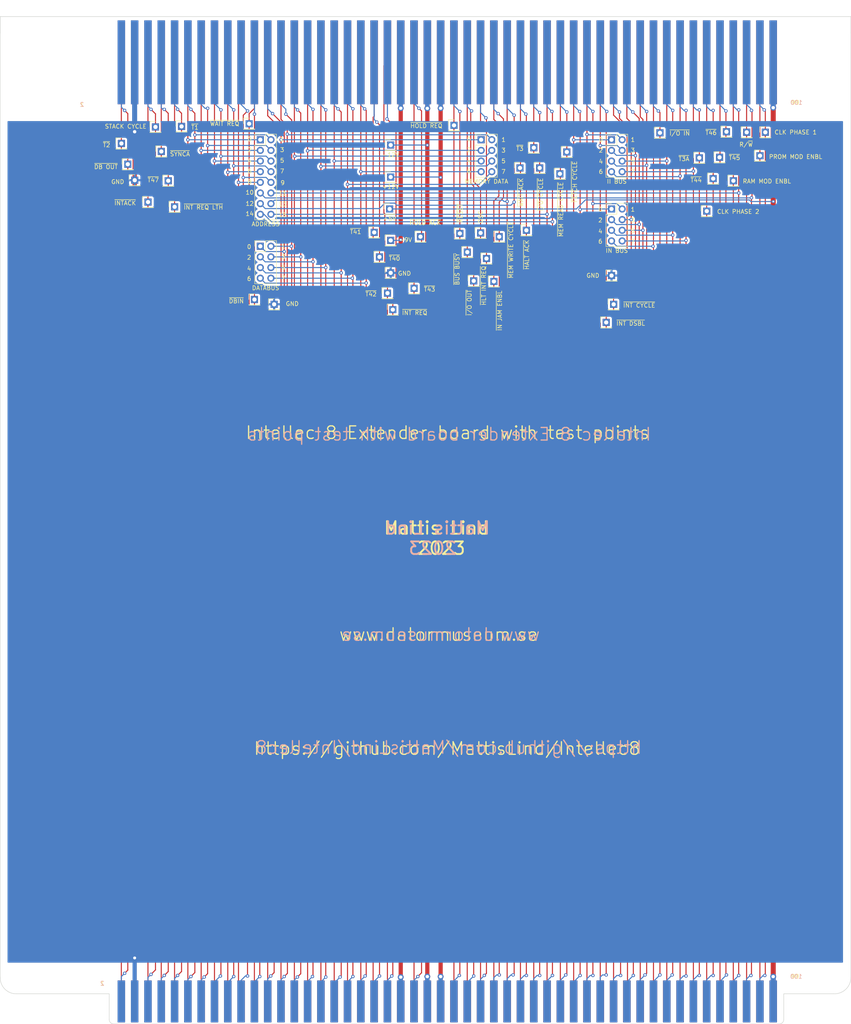
<source format=kicad_pcb>
(kicad_pcb (version 20211014) (generator pcbnew)
  (layers (0 "F.Cu" signal) (31 "B.Cu" signal) (34 "B.Paste" user) (35 "F.Paste" user) (36 "B.SilkS" user "B.Silkscreen") (37 "F.SilkS" user "F.Silkscreen") (38 "B.Mask" user) (39 "F.Mask" user) (44 "Edge.Cuts" user))
  (net 0 "")
  (net 1 "/~{T2}")
  (net 2 "/~{DB OUT}")
  (net 3 "/GND")
  (net 4 "/~{INTACK}")
  (net 5 "/STACK CYCLE")
  (net 6 "/~{SYNCA}")
  (net 7 "/~{T47}")
  (net 8 "/~{INT REQ LTH}")
  (net 9 "/~{T1}")
  (net 10 "/MAD0")
  (net 11 "/MAD1")
  (net 12 "/MAD2")
  (net 13 "/MAD3")
  (net 14 "/MAD4")
  (net 15 "/MAD5")
  (net 16 "/MAD6")
  (net 17 "/MAD7")
  (net 18 "/MAD8")
  (net 19 "/MAD9")
  (net 20 "/~{WAIT REQ}")
  (net 21 "/~{DBIN}")
  (net 22 "/MDI0")
  (net 23 "/DB0")
  (net 24 "/MDI1")
  (net 25 "/DB1")
  (net 26 "/MDI3")
  (net 27 "/DB3")
  (net 28 "/MDI2")
  (net 29 "/DB2")
  (net 30 "/MDI5")
  (net 31 "/DB5")
  (net 32 "/MDI4")
  (net 33 "/DB4")
  (net 34 "/MDI7")
  (net 35 "/DB7")
  (net 36 "/MDI6")
  (net 37 "/DB6")
  (net 38 "/~{T41}")
  (net 39 "/~{T40}")
  (net 40 "/~{T42}")
  (net 41 "/~{INT REQ}")
  (net 42 "/-9V")
  (net 43 "/~{T43}")
  (net 44 "/~{HOLD ACK}")
  (net 45 "/-12V")
  (net 46 "/+12V")
  (net 47 "/~{HOLD REQ}")
  (net 48 "/~{RESET}")
  (net 49 "/~{BUS BUSY}")
  (net 50 "/~{I{slash}O OUT}")
  (net 51 "/OSC")
  (net 52 "/~{HLT INT REQ}")
  (net 53 "/~{IN JAM ENBL}")
  (net 54 "/~{MEM WRITE CYCLE}")
  (net 55 "/MAD13")
  (net 56 "/MAD12")
  (net 57 "/~{WAIT ACK}")
  (net 58 "/~{HALT ACK}")
  (net 59 "/~{T3}")
  (net 60 "/~{I{slash}O CYCLE}")
  (net 61 "/MAD15")
  (net 62 "/MAD14")
  (net 63 "/~{MEM READ CYCLE}")
  (net 64 "/~{FETCH CYCLE}")
  (net 65 "/II0")
  (net 66 "/IN0")
  (net 67 "/II1")
  (net 68 "/IN1")
  (net 69 "/II3")
  (net 70 "/~{INT DSBL}")
  (net 71 "/~{INT CYCLE}")
  (net 72 "/IN3")
  (net 73 "/II2")
  (net 74 "/IN2")
  (net 75 "/IN5")
  (net 76 "/II4")
  (net 77 "/IN6")
  (net 78 "/~{I{slash}O IN}")
  (net 79 "/II5")
  (net 80 "/IN4")
  (net 81 "/II6")
  (net 82 "/IN7")
  (net 83 "/II7")
  (net 84 "/~{T3A}")
  (net 85 "/CLK PHASE 2")
  (net 86 "/~{T44}")
  (net 87 "/~{T45}")
  (net 88 "/~{T46}")
  (net 89 "/RAM MOD ENBL")
  (net 90 "/MAD11")
  (net 91 "/R{slash}~{W}")
  (net 92 "/MAD10")
  (net 93 "/PROM MOD ENBL")
  (net 94 "/CLK PHASE 1")
  (net 95 "/+5V")
  (footprint "Connector_PinHeader_2.54mm:PinHeader_1x01_P2.54mm_Vertical" (layer "F.Cu") (at 247.142 135.636)
    (fp_text reference "J29" hide)
    (fp_text value "~{T44}")
  )
  (footprint "Connector_PinHeader_2.54mm:PinHeader_1x01_P2.54mm_Vertical" (layer "F.Cu") (at 259.588 124.587)
    (fp_text reference "J46" hide)
    (fp_text value "CLK PHASE 1")
  )
  (footprint "Connector_PinHeader_2.54mm:PinHeader_1x01_P2.54mm_Vertical" (layer "F.Cu") (at 109.093 136.017)
    (fp_text reference "J25" hide)
    (fp_text value "GND")
  )
  (footprint "Connector_PinHeader_2.54mm:PinHeader_1x01_P2.54mm_Vertical" (layer "F.Cu") (at 177.292 149.479)
    (fp_text reference "J44" hide)
    (fp_text value "~{HOLD ACK}")
  )
  (footprint "Connector_PinHeader_2.54mm:PinHeader_1x01_P2.54mm_Vertical" (layer "F.Cu") (at 169.926 142.875)
    (fp_text reference "J12" hide)
    (fp_text value "+5V")
  )
  (footprint "Connector_PinHeader_2.54mm:PinHeader_2x04_P2.54mm_Vertical" (layer "F.Cu") (at 222.885 142.875)
    (fp_text reference "J7" hide)
    (fp_text value "IN BUS")
  )
  (footprint "Connector_PinHeader_2.54mm:PinHeader_1x01_P2.54mm_Vertical" (layer "F.Cu") (at 167.513 154.305)
    (fp_text reference "J27" hide)
    (fp_text value "~{T40}")
  )
  (footprint "Connector_PinHeader_2.54mm:PinHeader_1x01_P2.54mm_Vertical" (layer "F.Cu") (at 170.688 166.878)
    (fp_text reference "J55" hide)
    (fp_text value "~{INT REQ}")
  )
  (footprint "Connector_PinHeader_2.54mm:PinHeader_1x01_P2.54mm_Vertical" (layer "F.Cu") (at 112.268 141.224)
    (fp_text reference "J54" hide)
    (fp_text value "~{INTACK}")
  )
  (footprint "Connector_PinHeader_2.54mm:PinHeader_1x01_P2.54mm_Vertical" (layer "F.Cu") (at 258.318 130.175)
    (fp_text reference "J53" hide)
    (fp_text value "PROM MOD ENBL")
  )
  (footprint "Connector_PinHeader_2.54mm:PinHeader_1x01_P2.54mm_Vertical" (layer "F.Cu") (at 170.18 158.115)
    (fp_text reference "J23" hide)
    (fp_text value "GND")
  )
  (footprint "Connector_PinHeader_2.54mm:PinHeader_1x01_P2.54mm_Vertical" (layer "F.Cu") (at 243.84 130.683)
    (fp_text reference "J32" hide)
    (fp_text value "~{T3A}")
  )
  (footprint "Connector_PinHeader_2.54mm:PinHeader_1x01_P2.54mm_Vertical" (layer "F.Cu") (at 194.818 160.147)
    (fp_text reference "J17" hide)
    (fp_text value "~{IN JAM ENBL}")
  )
  (footprint "Connector_PinHeader_2.54mm:PinHeader_1x01_P2.54mm_Vertical" (layer "F.Cu") (at 117.094 136.144)
    (fp_text reference "J36" hide)
    (fp_text value "~{T47}")
  )
  (footprint "Connector_PinHeader_2.54mm:PinHeader_1x01_P2.54mm_Vertical" (layer "F.Cu") (at 137.668 164.465)
    (fp_text reference "J10" hide)
    (fp_text value "~{DBIN}")
  )
  (footprint "Connector_PinHeader_2.54mm:PinHeader_1x01_P2.54mm_Vertical" (layer "F.Cu") (at 105.918 127.254)
    (fp_text reference "J31" hide)
    (fp_text value "~{T2}")
  )
  (footprint "Connector_PinHeader_2.54mm:PinHeader_1x01_P2.54mm_Vertical" (layer "F.Cu") (at 118.618 142.367)
    (fp_text reference "J51" hide)
    (fp_text value "~{INT REQ LTH}")
  )
  (footprint "Connector_PinHeader_2.54mm:PinHeader_1x01_P2.54mm_Vertical" (layer "F.Cu") (at 170.18 127.635)
    (fp_text reference "J20" hide)
    (fp_text value "-12V")
  )
  (footprint "Connector_PinHeader_2.54mm:PinHeader_1x01_P2.54mm_Vertical" (layer "F.Cu") (at 196.088 149.479)
    (fp_text reference "J40" hide)
    (fp_text value "~{MEM WRITE CYCLE}")
  )
  (footprint "Connector_PinHeader_2.54mm:PinHeader_1x01_P2.54mm_Vertical" (layer "F.Cu") (at 201.041 133.096)
    (fp_text reference "J13" hide)
    (fp_text value "~{WAIT ACK}")
  )
  (footprint "Connector_PinHeader_2.54mm:PinHeader_1x01_P2.54mm_Vertical" (layer "F.Cu") (at 136.398 122.555)
    (fp_text reference "J8" hide)
    (fp_text value "~{WAIT REQ}")
  )
  (footprint "Connector_PinHeader_2.54mm:PinHeader_1x01_P2.54mm_Vertical" (layer "F.Cu") (at 210.566 134.493)
    (fp_text reference "J41" hide)
    (fp_text value "~{MEM READ CYCLE}")
  )
  (footprint "Connector_PinHeader_2.54mm:PinHeader_1x01_P2.54mm_Vertical" (layer "F.Cu") (at 115.443 129.159)
    (fp_text reference "J16" hide)
    (fp_text value "~{SYNCA}")
  )
  (footprint "Connector_PinHeader_2.54mm:PinHeader_1x01_P2.54mm_Vertical" (layer "F.Cu") (at 185.293 122.936)
    (fp_text reference "J48" hide)
    (fp_text value "~{HOLD REQ}")
  )
  (footprint "Connector_PinHeader_2.54mm:PinHeader_2x04_P2.54mm_Vertical" (layer "F.Cu") (at 139.06 151.765)
    (fp_text reference "J4" hide)
    (fp_text value "DATABUS")
  )
  (footprint "Connector_PinHeader_2.54mm:PinHeader_1x01_P2.54mm_Vertical" (layer "F.Cu") (at 166.243 148.463)
    (fp_text reference "J33" hide)
    (fp_text value "~{T41}")
  )
  (footprint "Connector_PinHeader_2.54mm:PinHeader_1x01_P2.54mm_Vertical" (layer "F.Cu") (at 250.317 124.46)
    (fp_text reference "J30" hide)
    (fp_text value "~{T46}")
  )
  (footprint "Connector_PinHeader_2.54mm:PinHeader_1x01_P2.54mm_Vertical" (layer "F.Cu") (at 205.74 133.096)
    (fp_text reference "J38" hide)
    (fp_text value "~{I/O CYCLE}")
  )
  (footprint "Connector_PinHeader_2.54mm:PinHeader_1x01_P2.54mm_Vertical" (layer "F.Cu") (at 221.615 169.926)
    (fp_text reference "J50" hide)
    (fp_text value "~{INT DSBL}")
  )
  (footprint "Connector_PinHeader_2.54mm:PinHeader_2x04_P2.54mm_Vertical" (layer "F.Cu") (at 191.77 126.365)
    (fp_text reference "J5" hide)
    (fp_text value "MEMORY DATA")
  )
  (footprint "Connector_PinHeader_2.54mm:PinHeader_1x01_P2.54mm_Vertical" (layer "F.Cu") (at 212.217 129.286)
    (fp_text reference "J39" hide)
    (fp_text value "~{FETCH CYCLE}")
  )
  (footprint "Connector_PinHeader_2.54mm:PinHeader_1x01_P2.54mm_Vertical" (layer "F.Cu") (at 204.343 128.27)
    (fp_text reference "J26" hide)
    (fp_text value "~{T3}")
  )
  (footprint "Connector_PinHeader_2.54mm:PinHeader_1x01_P2.54mm_Vertical" (layer "F.Cu") (at 245.618 143.383)
    (fp_text reference "J49" hide)
    (fp_text value "CLK PHASE 2")
  )
  (footprint "Connector_PinHeader_2.54mm:PinHeader_1x01_P2.54mm_Vertical" (layer "F.Cu") (at 189.992 160.02)
    (fp_text reference "J15" hide)
    (fp_text value "~{I/O OUT}")
  )
  (footprint "Connector_PinHeader_2.54mm:PinHeader_1x01_P2.54mm_Vertical" (layer "F.Cu") (at 170.18 150.368)
    (fp_text reference "J19" hide)
    (fp_text value "-9V")
  )
  (footprint "Connector_PinHeader_2.54mm:PinHeader_1x01_P2.54mm_Vertical" (layer "F.Cu") (at 170.18 135.255)
    (fp_text reference "J21" hide)
    (fp_text value "+12V")
  )
  (footprint "Connector_PCBEdge:INTELLE8_EXT" (layer "F.Cu") (at 105.9 93.3)
    (fp_text reference "J2" hide)
    (fp_text value "Conn_02x50_Odd_Even")
    (fp_line (start 174.1 3.7) (end -28.9 3.7) (layer "Edge.Cuts") (width 0.12))
    (fp_line (start -28.9 7.7) (end -28.9 3.7) (layer "Edge.Cuts") (width 0.12))
    (fp_line (start 174.1 7.7) (end 174.1 3.7) (layer "Edge.Cuts") (width 0.12))
  )
  (footprint "Connector_PinHeader_2.54mm:PinHeader_1x01_P2.54mm_Vertical" (layer "F.Cu") (at 193.04 154.686)
    (fp_text reference "J52" hide)
    (fp_text value "~{HLT INT REQ}")
  )
  (footprint "Connector_PCBEdge:INTELLE8" (layer "F.Cu") (at 105.9 322.3)
    (fp_text reference "J1" hide)
    (fp_text value "Conn_02x50_Odd_Even")
    (fp_line (start -1.8 14.9) (end 157 14.9) (layer "Edge.Cuts") (width 0.12))
    (fp_line (start -2.9 7.7) (end -25 7.7) (layer "Edge.Cuts") (width 0.12))
    (fp_line (start -2.9 13.8) (end -2.9 7.7) (layer "Edge.Cuts") (width 0.12))
    (fp_line (start 158.1 13.8) (end 158.1 7.7) (layer "Edge.Cuts") (width 0.12))
    (fp_line (start -28.9 4) (end -28.9 3.7) (layer "Edge.Cuts") (width 0.12))
    (fp_line (start 174.1 4) (end 174.1 3.7) (layer "Edge.Cuts") (width 0.12))
    (fp_line (start 158.1 7.7) (end 170 7.7) (layer "Edge.Cuts") (width 0.12))
    (fp_arc (start -1.8 14.9) (mid -2.577817 14.577817) (end -2.9 13.8) (layer "Edge.Cuts") (width 0.12))
    (fp_arc (start 174.1 4) (mid 172.816295 6.699138) (end 170 7.7) (layer "Edge.Cuts") (width 0.12))
    (fp_arc (start 158.1 13.8) (mid 157.777817 14.577817) (end 157 14.9) (layer "Edge.Cuts") (width 0.12))
    (fp_arc (start -25 7.7) (mid -27.716295 6.657716) (end -28.9 4) (layer "Edge.Cuts") (width 0.12))
  )
  (footprint "Connector_PinHeader_2.54mm:PinHeader_2x04_P2.54mm_Vertical" (layer "F.Cu") (at 222.88 126.375)
    (fp_text reference "J6" hide)
    (fp_text value "II BUS")
  )
  (footprint "Connector_PinHeader_2.54mm:PinHeader_1x01_P2.54mm_Vertical" (layer "F.Cu") (at 175.768 161.798)
    (fp_text reference "J34" hide)
    (fp_text value "~{T43}")
  )
  (footprint "Connector_PinHeader_2.54mm:PinHeader_1x01_P2.54mm_Vertical" (layer "F.Cu") (at 191.643 148.59)
    (fp_text reference "J45" hide)
    (fp_text value "OSC")
  )
  (footprint "Connector_PinHeader_2.54mm:PinHeader_1x01_P2.54mm_Vertical" (layer "F.Cu") (at 120.269 123.19)
    (fp_text reference "J9" hide)
    (fp_text value "~{T1}")
  )
  (footprint "Connector_PinHeader_2.54mm:PinHeader_1x01_P2.54mm_Vertical" (layer "F.Cu") (at 186.69 148.717)
    (fp_text reference "J14" hide)
    (fp_text value "~{RESET}")
  )
  (footprint "Connector_PinHeader_2.54mm:PinHeader_1x01_P2.54mm_Vertical" (layer "F.Cu") (at 107.442 132.207)
    (fp_text reference "J57" hide)
    (fp_text value "~{DB OUT}")
  )
  (footprint "Connector_PinHeader_2.54mm:PinHeader_1x01_P2.54mm_Vertical" (layer "F.Cu") (at 114.046 123.317)
    (fp_text reference "J37" hide)
    (fp_text value "STACK CYCLE")
  )
  (footprint "Connector_PinHeader_2.54mm:PinHeader_1x01_P2.54mm_Vertical" (layer "F.Cu") (at 188.468 153.162)
    (fp_text reference "J43" hide)
    (fp_text value "~{BUS BUSY}")
  )
  (footprint "Connector_PinHeader_2.54mm:PinHeader_1x01_P2.54mm_Vertical" (layer "F.Cu") (at 255.143 124.587)
    (fp_text reference "J18" hide)
    (fp_text value "R/~{W}")
  )
  (footprint "Connector_PinHeader_2.54mm:PinHeader_1x01_P2.54mm_Vertical" (layer "F.Cu") (at 142.367 165.608)
    (fp_text reference "J22" hide)
    (fp_text value "GND")
  )
  (footprint "Connector_PinHeader_2.54mm:PinHeader_1x01_P2.54mm_Vertical" (layer "F.Cu") (at 222.885 158.75)
    (fp_text reference "J24" hide)
    (fp_text value "GND")
  )
  (footprint "Connector_PinHeader_2.54mm:PinHeader_1x01_P2.54mm_Vertical" (layer "F.Cu") (at 202.565 147.955)
    (fp_text reference "J56" hide)
    (fp_text value "~{HALT ACK}")
  )
  (footprint "Connector_PinHeader_2.54mm:PinHeader_1x01_P2.54mm_Vertical" (layer "F.Cu") (at 251.968 136.144)
    (fp_text reference "J47" hide)
    (fp_text value "RAM MOD ENBL")
  )
  (footprint "Connector_PinHeader_2.54mm:PinHeader_1x01_P2.54mm_Vertical" (layer "F.Cu") (at 248.666 130.556)
    (fp_text reference "J35" hide)
    (fp_text value "~{T45}")
  )
  (footprint "Connector_PinHeader_2.54mm:PinHeader_1x01_P2.54mm_Vertical" (layer "F.Cu") (at 169.418 162.941)
    (fp_text reference "J28" hide)
    (fp_text value "~{T42}")
  )
  (footprint "Connector_PinHeader_2.54mm:PinHeader_2x08_P2.54mm_Vertical" (layer "F.Cu") (at 139.065 126.365)
    (fp_text reference "J3" hide)
    (fp_text value "ADDRESS")
  )
  (footprint "Connector_PinHeader_2.54mm:PinHeader_1x01_P2.54mm_Vertical" (layer "F.Cu") (at 223.393 165.608)
    (fp_text reference "J42" hide)
    (fp_text value "~{INT CYCLE}")
  )
  (footprint "Connector_PinHeader_2.54mm:PinHeader_1x01_P2.54mm_Vertical" (layer "F.Cu") (at 234.442 124.714)
    (fp_text reference "J11" hide)
    (fp_text value "~{I/O IN}")
  )
  (gr_line (start 280 101) (end 280 326) (layer "Edge.Cuts") (width 0.1))
  (gr_line (start 77 326) (end 77 101) (layer "Edge.Cuts") (width 0.1))
  (gr_text "2" (at 96.5 118) (layer "B.SilkS") (effects (font (size 1 1)) (justify mirror)))
  (gr_text "Intellec 8 Extender board with test points" (at 184.15 196.596) (layer "B.SilkS") (effects (font (size 3 3) (thickness 0.3)) (justify mirror)))
  (gr_text "100" (at 266.954 325.882) (layer "B.SilkS") (effects (font (size 1 1)) (justify mirror)))
  (gr_text "100" (at 267 117.5) (layer "B.SilkS") (effects (font (size 1 1)) (justify mirror)))
  (gr_text "Mattis Lind \n2023" (at 180.213 221.361) (layer "B.SilkS") (effects (font (size 3 3) (thickness 0.45)) (justify mirror)))
  (gr_text "https://github.com/MattisLind/Intellec8" (at 184.023 271.272) (layer "B.SilkS") (effects (font (size 3 3) (thickness 0.3)) (justify mirror)))
  (gr_text "www.datormuseum.se" (at 182.118 244.348) (layer "B.SilkS") (effects (font (size 3 3) (thickness 0.3)) (justify mirror)))
  (gr_text "2" (at 101.346 327.533) (layer "B.SilkS") (effects (font (size 1 1)) (justify mirror)))
  (gr_text "2" (at 136.398 154.432) (layer "F.SilkS") (effects (font (size 1 1))))
  (gr_text "1" (at 144.526 151.765) (layer "F.SilkS") (effects (font (size 1 1))))
  (gr_text "Mattis Lind \n2023" (at 182.245 221.361) (layer "F.SilkS") (effects (font (size 3 3) (thickness 0.45))))
  (gr_text "5" (at 227.965 131.445) (layer "F.SilkS") (effects (font (size 1 1))))
  (gr_text "8" (at 136.525 136.398) (layer "F.SilkS") (effects (font (size 1 1))))
  (gr_text "0" (at 136.525 126.238) (layer "F.SilkS") (effects (font (size 1 1))))
  (gr_text "1" (at 96.5 118) (layer "F.SilkS") (effects (font (size 1 1))))
  (gr_text "6" (at 188.849 133.858) (layer "F.SilkS") (effects (font (size 1 1))))
  (gr_text "14" (at 136.525 144.018) (layer "F.SilkS") (effects (font (size 1 1))))
  (gr_text "https://github.com/MattisLind/Intellec8" (at 183.642 271.526) (layer "F.SilkS") (effects (font (size 3 3) (thickness 0.3))))
  (gr_text "Intellec 8 Extender board with test points" (at 183.769 196.215) (layer "F.SilkS") (effects (font (size 3 3) (thickness 0.3))))
  (gr_text "3" (at 144.526 154.305) (layer "F.SilkS") (effects (font (size 1 1))))
  (gr_text "0" (at 136.398 151.892) (layer "F.SilkS") (effects (font (size 1 1))))
  (gr_text "5" (at 197.104 131.445) (layer "F.SilkS") (effects (font (size 1 1))))
  (gr_text "3" (at 144.272 128.778) (layer "F.SilkS") (effects (font (size 1 1))))
  (gr_text "4\n" (at 136.525 131.445) (layer "F.SilkS") (effects (font (size 1 1))))
  (gr_text "1" (at 197.104 126.365) (layer "F.SilkS") (effects (font (size 1 1))))
  (gr_text "11" (at 144.399 139.192) (layer "F.SilkS") (effects (font (size 1 1))))
  (gr_text "99" (at 266.7 325.882) (layer "F.SilkS") (effects (font (size 1 1))))
  (gr_text "0" (at 220.345 126.365) (layer "F.SilkS") (effects (font (size 1 1))))
  (gr_text "12" (at 136.525 141.605) (layer "F.SilkS") (effects (font (size 1 1))))
  (gr_text "3" (at 227.965 145.542) (layer "F.SilkS") (effects (font (size 1 1))))
  (gr_text "www.datormuseum.se" (at 181.61 244.348) (layer "F.SilkS") (effects (font (size 3 3) (thickness 0.3))))
  (gr_text "1" (at 227.965 126.365) (layer "F.SilkS") (effects (font (size 1 1))))
  (gr_text "6" (at 136.398 159.512) (layer "F.SilkS") (effects (font (size 1 1))))
  (gr_text "6" (at 220.345 133.985) (layer "F.SilkS") (effects (font (size 1 1))))
  (gr_text "1" (at 227.965 143.002) (layer "F.SilkS") (effects (font (size 1 1))))
  (gr_text "13" (at 144.399 141.732) (layer "F.SilkS") (effects (font (size 1 1))))
  (gr_text "2" (at 188.849 128.778) (layer "F.SilkS") (effects (font (size 1 1))))
  (gr_text "10" (at 136.525 138.938) (layer "F.SilkS") (effects (font (size 1 1))))
  (gr_text "7" (at 144.272 133.858) (layer "F.SilkS") (effects (font (size 1 1))))
  (gr_text "2" (at 136.525 128.778) (layer "F.SilkS") (effects (font (size 1 1))))
  (gr_text "0" (at 220.218 143.002) (layer "F.SilkS") (effects (font (size 1 1))))
  (gr_text "15" (at 144.399 144.272) (layer "F.SilkS") (effects (font (size 1 1))))
  (gr_text "0" (at 188.849 126.238) (layer "F.SilkS") (effects (font (size 1 1))))
  (gr_text "3" (at 227.965 128.905) (layer "F.SilkS") (effects (font (size 1 1))))
  (gr_text "2" (at 220.218 145.542) (layer "F.SilkS") (effects (font (size 1 1))))
  (gr_text "5" (at 144.526 156.845) (layer "F.SilkS") (effects (font (size 1 1))))
  (gr_text "5" (at 227.965 148.082) (layer "F.SilkS") (effects (font (size 1 1))))
  (gr_text "4\n" (at 136.398 157.099) (layer "F.SilkS") (effects (font (size 1 1))))
  (gr_text "99" (at 266.746 117.5) (layer "F.SilkS") (effects (font (size 1 1))))
  (gr_text "6" (at 136.525 133.858) (layer "F.SilkS") (effects (font (size 1 1))))
  (gr_text "7" (at 144.526 159.385) (layer "F.SilkS") (effects (font (size 1 1))))
  (gr_text "7" (at 197.104 133.985) (layer "F.SilkS") (effects (font (size 1 1))))
  (gr_text "4\n" (at 220.218 148.209) (layer "F.SilkS") (effects (font (size 1 1))))
  (gr_text "4\n" (at 188.849 131.445) (layer "F.SilkS") (effects (font (size 1 1))))
  (gr_text "7" (at 227.965 133.985) (layer "F.SilkS") (effects (font (size 1 1))))
  (gr_text "4\n" (at 220.345 131.572) (layer "F.SilkS") (effects (font (size 1 1))))
  (gr_text "1" (at 144.272 126.238) (layer "F.SilkS") (effects (font (size 1 1))))
  (gr_text "6" (at 220.218 150.622) (layer "F.SilkS") (effects (font (size 1 1))))
  (gr_text "2" (at 220.345 128.905) (layer "F.SilkS") (effects (font (size 1 1))))
  (gr_text "5" (at 144.272 131.318) (layer "F.SilkS") (effects (font (size 1 1))))
  (gr_text "1" (at 101.346 327.533) (layer "F.SilkS") (effects (font (size 1 1))))
  (gr_text "9" (at 144.399 136.652) (layer "F.SilkS") (effects (font (size 1 1))))
  (gr_text "3" (at 197.104 128.905) (layer "F.SilkS") (effects (font (size 1 1))))
  (gr_text "7" (at 227.965 150.622) (layer "F.SilkS") (effects (font (size 1 1))))
  (segment (start 105.9 331.825) (end 105.9 107.905) (width 0.25) (layer "F.Cu") (net 1))
  (segment (start 106.68 325.12) (end 107.442 324.358) (width 0.25) (layer "F.Cu") (net 2))
  (segment (start 107.442 120.142) (end 106.68 119.38) (width 0.25) (layer "F.Cu") (net 2))
  (segment (start 107.442 324.358) (end 107.442 120.142) (width 0.25) (layer "F.Cu") (net 2))
  (via (at 106.68 119.38) (size 0.8) (drill 0.4) (layers "F.Cu" "B.Cu") (net 2))
  (via (at 106.68 325.12) (size 0.8) (drill 0.4) (layers "F.Cu" "B.Cu") (net 2))
  (segment (start 105.9 325.9) (end 106.68 325.12) (width 0.25) (layer "B.Cu") (net 2))
  (segment (start 105.918 118.618) (end 105.918 107.923) (width 0.25) (layer "B.Cu") (net 2))
  (segment (start 105.918 107.923) (end 105.9 107.905) (width 0.25) (layer "B.Cu") (net 2))
  (segment (start 105.9 331.825) (end 105.9 325.9) (width 0.25) (layer "B.Cu") (net 2))
  (segment (start 106.68 119.38) (end 105.918 118.618) (width 0.25) (layer "B.Cu") (net 2))
  (segment (start 109.075 321.455) (end 109.075 166.352) (width 1) (layer "F.Cu") (net 3))
  (segment (start 109.075 331.825) (end 109.075 321.455) (width 1) (layer "F.Cu") (net 3))
  (segment (start 109.075 124.46) (end 109.075 107.905) (width 1) (layer "F.Cu") (net 3))
  (segment (start 109.075 166.352) (end 109.075 124.46) (width 1) (layer "F.Cu") (net 3))
  (via (at 109.075 124.46) (size 1.4) (drill 0.8) (layers "F.Cu" "B.Cu") (net 3))
  (via (at 109.075 321.455) (size 1.4) (drill 0.7) (layers "F.Cu" "B.Cu") (net 3))
  (segment (start 109.075 107.905) (end 109.075 124.46) (width 1.2) (layer "B.Cu") (net 3))
  (segment (start 109.075 331.825) (end 109.075 321.455) (width 1) (layer "B.Cu") (net 3))
  (segment (start 112.25 331.825) (end 112.25 107.905) (width 0.25) (layer "F.Cu") (net 4))
  (segment (start 112.9745 325.374) (end 114.046 324.3025) (width 0.25) (layer "F.Cu") (net 5))
  (segment (start 114.046 120.1975) (end 112.9745 119.126) (width 0.25) (layer "F.Cu") (net 5))
  (segment (start 114.046 324.3025) (end 114.046 120.1975) (width 0.25) (layer "F.Cu") (net 5))
  (via (at 112.9745 119.126) (size 0.8) (drill 0.4) (layers "F.Cu" "B.Cu") (net 5))
  (via (at 112.9745 325.374) (size 0.8) (drill 0.4) (layers "F.Cu" "B.Cu") (net 5))
  (segment (start 112.25 118.346) (end 112.25 107.905) (width 0.25) (layer "B.Cu") (net 5))
  (segment (start 112.9745 119.0705) (end 112.25 118.346) (width 0.25) (layer "B.Cu") (net 5))
  (segment (start 112.25 326.0985) (end 112.9745 325.374) (width 0.25) (layer "B.Cu") (net 5))
  (segment (start 112.25 331.825) (end 112.25 326.0985) (width 0.25) (layer "B.Cu") (net 5))
  (segment (start 112.9745 119.126) (end 112.9745 119.0705) (width 0.25) (layer "B.Cu") (net 5))
  (segment (start 115.425 331.825) (end 115.425 107.905) (width 0.25) (layer "F.Cu") (net 6))
  (segment (start 117.094 120.0705) (end 116.1495 119.126) (width 0.25) (layer "F.Cu") (net 7))
  (segment (start 116.1495 325.628) (end 117.094 324.6835) (width 0.25) (layer "F.Cu") (net 7))
  (segment (start 117.094 324.6835) (end 117.094 120.0705) (width 0.25) (layer "F.Cu") (net 7))
  (via (at 116.1495 325.628) (size 0.8) (drill 0.4) (layers "F.Cu" "B.Cu") (net 7))
  (via (at 116.1495 119.126) (size 0.8) (drill 0.4) (layers "F.Cu" "B.Cu") (net 7))
  (segment (start 115.824 119.126) (end 115.425 118.727) (width 0.25) (layer "B.Cu") (net 7))
  (segment (start 116.1495 119.126) (end 115.824 119.126) (width 0.25) (layer "B.Cu") (net 7))
  (segment (start 115.425 326.3525) (end 116.1495 325.628) (width 0.25) (layer "B.Cu") (net 7))
  (segment (start 115.425 331.825) (end 115.425 326.3525) (width 0.25) (layer "B.Cu") (net 7))
  (segment (start 115.425 118.727) (end 115.425 107.905) (width 0.25) (layer "B.Cu") (net 7))
  (segment (start 118.6 331.825) (end 118.6 107.905) (width 0.25) (layer "F.Cu") (net 8))
  (segment (start 119.3245 325.628) (end 120.269 324.6835) (width 0.25) (layer "F.Cu") (net 9))
  (segment (start 120.269 120.0705) (end 119.3245 119.126) (width 0.25) (layer "F.Cu") (net 9))
  (segment (start 120.269 324.6835) (end 120.269 120.0705) (width 0.25) (layer "F.Cu") (net 9))
  (via (at 119.3245 119.126) (size 0.8) (drill 0.4) (layers "F.Cu" "B.Cu") (net 9))
  (via (at 119.3245 325.628) (size 0.8) (drill 0.4) (layers "F.Cu" "B.Cu") (net 9))
  (segment (start 119.3245 119.126) (end 119.3245 118.8165) (width 0.25) (layer "B.Cu") (net 9))
  (segment (start 118.6 331.825) (end 118.6 326.3525) (width 0.25) (layer "B.Cu") (net 9))
  (segment (start 118.6 326.3525) (end 119.3245 325.628) (width 0.25) (layer "B.Cu") (net 9))
  (segment (start 118.6 118.092) (end 118.6 107.905) (width 0.25) (layer "B.Cu") (net 9))
  (segment (start 119.3245 118.8165) (end 118.6 118.092) (width 0.25) (layer "B.Cu") (net 9))
  (segment (start 121.775 331.825) (end 121.775 126.383) (width 0.25) (layer "F.Cu") (net 10))
  (segment (start 121.775 126.383) (end 121.775 107.905) (width 0.25) (layer "F.Cu") (net 10))
  (via (at 121.775 126.383) (size 0.8) (drill 0.4) (layers "F.Cu" "B.Cu") (net 10))
  (segment (start 121.793 126.365) (end 121.775 126.383) (width 0.25) (layer "B.Cu") (net 10))
  (segment (start 139.065 126.365) (end 121.793 126.365) (width 0.25) (layer "B.Cu") (net 10))
  (segment (start 123.444 120.0705) (end 122.4995 119.126) (width 0.25) (layer "F.Cu") (net 11))
  (segment (start 123.444 125.222) (end 123.444 120.0705) (width 0.25) (layer "F.Cu") (net 11))
  (segment (start 122.4995 325.882) (end 123.444 324.9375) (width 0.25) (layer "F.Cu") (net 11))
  (segment (start 123.444 324.9375) (end 123.444 125.222) (width 0.25) (layer "F.Cu") (net 11))
  (via (at 123.444 125.222) (size 0.8) (drill 0.4) (layers "F.Cu" "B.Cu") (net 11))
  (via (at 122.4995 325.882) (size 0.8) (drill 0.4) (layers "F.Cu" "B.Cu") (net 11))
  (via (at 122.4995 119.126) (size 0.8) (drill 0.4) (layers "F.Cu" "B.Cu") (net 11))
  (segment (start 140.43 125.19) (end 123.476 125.19) (width 0.25) (layer "B.Cu") (net 11))
  (segment (start 121.775 326.6065) (end 122.4995 325.882) (width 0.25) (layer "B.Cu") (net 11))
  (segment (start 123.476 125.19) (end 123.444 125.222) (width 0.25) (layer "B.Cu") (net 11))
  (segment (start 121.775 331.825) (end 121.775 326.6065) (width 0.25) (layer "B.Cu") (net 11))
  (segment (start 122.4995 118.9435) (end 121.775 118.219) (width 0.25) (layer "B.Cu") (net 11))
  (segment (start 122.4995 119.126) (end 122.4995 118.9435) (width 0.25) (layer "B.Cu") (net 11))
  (segment (start 121.775 118.219) (end 121.775 107.905) (width 0.25) (layer "B.Cu") (net 11))
  (segment (start 141.605 126.365) (end 140.43 125.19) (width 0.25) (layer "B.Cu") (net 11))
  (segment (start 124.95 128.923) (end 124.95 107.905) (width 0.25) (layer "F.Cu") (net 12))
  (segment (start 124.95 331.825) (end 124.95 128.923) (width 0.25) (layer "F.Cu") (net 12))
  (via (at 124.95 128.923) (size 0.8) (drill 0.4) (layers "F.Cu" "B.Cu") (net 12))
  (segment (start 124.968 128.905) (end 124.95 128.923) (width 0.25) (layer "B.Cu") (net 12))
  (segment (start 139.065 128.905) (end 124.968 128.905) (width 0.25) (layer "B.Cu") (net 12))
  (segment (start 125.6745 326.009) (end 126.492 325.1915) (width 0.25) (layer "F.Cu") (net 13))
  (segment (start 126.492 127.762) (end 126.492 118.872) (width 0.25) (layer "F.Cu") (net 13))
  (segment (start 126.492 325.1915) (end 126.492 127.762) (width 0.25) (layer "F.Cu") (net 13))
  (via (at 126.492 127.762) (size 0.8) (drill 0.4) (layers "F.Cu" "B.Cu") (net 13))
  (via (at 125.6745 326.009) (size 0.8) (drill 0.4) (layers "F.Cu" "B.Cu") (net 13))
  (via (at 126.492 118.872) (size 0.8) (drill 0.4) (layers "F.Cu" "B.Cu") (net 13))
  (segment (start 126.524 127.73) (end 126.492 127.762) (width 0.25) (layer "B.Cu") (net 13))
  (segment (start 124.95 326.7335) (end 125.6745 326.009) (width 0.25) (layer "B.Cu") (net 13))
  (segment (start 141.605 128.905) (end 140.43 127.73) (width 0.25) (layer "B.Cu") (net 13))
  (segment (start 124.95 331.825) (end 124.95 326.7335) (width 0.25) (layer "B.Cu") (net 13))
  (segment (start 124.95 117.965) (end 124.95 107.905) (width 0.25) (layer "B.Cu") (net 13))
  (segment (start 126.492 118.872) (end 125.857 118.872) (width 0.25) (layer "B.Cu") (net 13))
  (segment (start 140.43 127.73) (end 126.524 127.73) (width 0.25) (layer "B.Cu") (net 13))
  (segment (start 125.857 118.872) (end 124.95 117.965) (width 0.25) (layer "B.Cu") (net 13))
  (segment (start 128.125 131.427) (end 128.125 107.905) (width 0.25) (layer "F.Cu") (net 14))
  (segment (start 128.125 331.825) (end 128.125 131.427) (width 0.25) (layer "F.Cu") (net 14))
  (via (at 128.125 131.427) (size 0.8) (drill 0.4) (layers "F.Cu" "B.Cu") (net 14))
  (segment (start 128.143 131.445) (end 128.125 131.427) (width 0.25) (layer "B.Cu") (net 14))
  (segment (start 139.065 131.445) (end 128.143 131.445) (width 0.25) (layer "B.Cu") (net 14))
  (segment (start 129.667 325.628) (end 129.54 325.755) (width 0.25) (layer "F.Cu") (net 15))
  (segment (start 129.667 119.253) (end 129.667 130.302) (width 0.25) (layer "F.Cu") (net 15))
  (segment (start 129.667 130.302) (end 129.667 325.628) (width 0.25) (layer "F.Cu") (net 15))
  (via (at 129.54 325.755) (size 0.8) (drill 0.4) (layers "F.Cu" "B.Cu") (net 15))
  (via (at 129.667 119.253) (size 0.8) (drill 0.4) (layers "F.Cu" "B.Cu") (net 15))
  (via (at 129.667 130.302) (size 0.8) (drill 0.4) (layers "F.Cu" "B.Cu") (net 15))
  (segment (start 128.125 117.711) (end 129.667 119.253) (width 0.25) (layer "B.Cu") (net 15))
  (segment (start 140.43 130.27) (end 129.699 130.27) (width 0.25) (layer "B.Cu") (net 15))
  (segment (start 129.699 130.27) (end 129.667 130.302) (width 0.25) (layer "B.Cu") (net 15))
  (segment (start 129.54 325.755) (end 128.125 327.17) (width 0.25) (layer "B.Cu") (net 15))
  (segment (start 128.125 327.17) (end 128.125 331.825) (width 0.25) (layer "B.Cu") (net 15))
  (segment (start 128.125 107.905) (end 128.125 117.711) (width 0.25) (layer "B.Cu") (net 15))
  (segment (start 141.605 131.445) (end 140.43 130.27) (width 0.25) (layer "B.Cu") (net 15))
  (segment (start 131.3 134.13) (end 131.3 331.825) (width 0.25) (layer "F.Cu") (net 16))
  (segment (start 131.3 107.905) (end 131.3 134.13) (width 0.25) (layer "F.Cu") (net 16))
  (via (at 131.3 134.13) (size 0.8) (drill 0.4) (layers "F.Cu" "B.Cu") (net 16))
  (segment (start 139.065 133.985) (end 131.445 133.985) (width 0.25) (layer "B.Cu") (net 16))
  (segment (start 131.445 133.985) (end 131.3 134.13) (width 0.25) (layer "B.Cu") (net 16))
  (segment (start 132.715 325.882) (end 132.715 119.253) (width 0.25) (layer "F.Cu") (net 17))
  (via (at 132.715 325.882) (size 0.8) (drill 0.4) (layers "F.Cu" "B.Cu") (net 17))
  (via (at 132.715 119.253) (size 0.8) (drill 0.4) (layers "F.Cu" "B.Cu") (net 17))
  (via (at 132.715 132.588) (size 0.8) (drill 0.4) (layers "F.Cu" "B.Cu") (net 17))
  (segment (start 132.747 132.62) (end 132.715 132.588) (width 0.25) (layer "B.Cu") (net 17))
  (segment (start 140.24 132.62) (end 132.747 132.62) (width 0.25) (layer "B.Cu") (net 17))
  (segment (start 132.715 119.253) (end 131.3 117.838) (width 0.25) (layer "B.Cu") (net 17))
  (segment (start 131.3 327.297) (end 132.715 325.882) (width 0.25) (layer "B.Cu") (net 17))
  (segment (start 141.605 133.985) (end 140.24 132.62) (width 0.25) (layer "B.Cu") (net 17))
  (segment (start 131.3 331.825) (end 131.3 327.297) (width 0.25) (layer "B.Cu") (net 17))
  (segment (start 131.3 117.838) (end 131.3 107.905) (width 0.25) (layer "B.Cu") (net 17))
  (segment (start 133.858 108.522) (end 134.475 107.905) (width 0.25) (layer "F.Cu") (net 18))
  (segment (start 133.858 331.208) (end 133.858 136.525) (width 0.25) (layer "F.Cu") (net 18))
  (segment (start 134.475 331.825) (end 133.858 331.208) (width 0.25) (layer "F.Cu") (net 18))
  (segment (start 133.858 136.525) (end 133.858 108.522) (width 0.25) (layer "F.Cu") (net 18))
  (via (at 133.858 136.525) (size 0.8) (drill 0.4) (layers "F.Cu" "B.Cu") (net 18))
  (segment (start 139.065 136.525) (end 133.858 136.525) (width 0.25) (layer "B.Cu") (net 18))
  (segment (start 136.017 169.672) (end 136.017 325.755) (width 0.25) (layer "F.Cu") (net 19))
  (segment (start 135.001 135.382) (end 135.001 168.656) (width 0.25) (layer "F.Cu") (net 19))
  (segment (start 135.001 168.656) (end 136.017 169.672) (width 0.25) (layer "F.Cu") (net 19))
  (segment (start 135.001 120.523) (end 135.001 135.382) (width 0.25) (layer "F.Cu") (net 19))
  (segment (start 136.017 119.507) (end 135.001 120.523) (width 0.25) (layer "F.Cu") (net 19))
  (via (at 135.001 135.382) (size 0.8) (drill 0.4) (layers "F.Cu" "B.Cu") (net 19))
  (via (at 136.017 119.507) (size 0.8) (drill 0.4) (layers "F.Cu" "B.Cu") (net 19))
  (via (at 136.017 325.755) (size 0.8) (drill 0.4) (layers "F.Cu" "B.Cu") (net 19))
  (segment (start 134.475 326.789) (end 134.475 331.825) (width 0.25) (layer "B.Cu") (net 19))
  (segment (start 135.509 325.755) (end 134.475 326.789) (width 0.25) (layer "B.Cu") (net 19))
  (segment (start 140.43 135.35) (end 135.033 135.35) (width 0.25) (layer "B.Cu") (net 19))
  (segment (start 134.475 117.965) (end 136.017 119.507) (width 0.25) (layer "B.Cu") (net 19))
  (segment (start 134.475 107.905) (end 134.475 117.965) (width 0.25) (layer "B.Cu") (net 19))
  (segment (start 141.605 136.525) (end 140.43 135.35) (width 0.25) (layer "B.Cu") (net 19))
  (segment (start 136.017 325.755) (end 135.509 325.755) (width 0.25) (layer "B.Cu") (net 19))
  (segment (start 135.033 135.35) (end 135.001 135.382) (width 0.25) (layer "B.Cu") (net 19))
  (segment (start 137.65 118.899305) (end 136.398 120.151305) (width 0.25) (layer "F.Cu") (net 20))
  (segment (start 137.65 170.035) (end 137.65 331.825) (width 0.25) (layer "F.Cu") (net 20))
  (segment (start 136.398 120.151305) (end 136.398 168.783) (width 0.25) (layer "F.Cu") (net 20))
  (segment (start 136.398 168.783) (end 137.65 170.035) (width 0.25) (layer "F.Cu") (net 20))
  (segment (start 137.65 107.905) (end 137.65 118.899305) (width 0.25) (layer "F.Cu") (net 20))
  (segment (start 138.557 168.91) (end 137.668 168.021) (width 0.25) (layer "F.Cu") (net 21))
  (segment (start 137.668 168.021) (end 137.668 120.269) (width 0.25) (layer "F.Cu") (net 21))
  (segment (start 138.938 169.291) (end 138.557 168.91) (width 0.25) (layer "F.Cu") (net 21))
  (segment (start 138.938 325.882) (end 138.938 169.291) (width 0.25) (layer "F.Cu") (net 21))
  (via (at 137.668 120.269) (size 0.8) (drill 0.4) (layers "F.Cu" "B.Cu") (net 21))
  (via (at 138.938 325.882) (size 0.8) (drill 0.4) (layers "F.Cu" "B.Cu") (net 21))
  (segment (start 137.668 120.269) (end 137.668 107.923) (width 0.25) (layer "B.Cu") (net 21))
  (segment (start 137.668 107.923) (end 137.65 107.905) (width 0.25) (layer "B.Cu") (net 21))
  (segment (start 137.65 331.825) (end 137.65 327.17) (width 0.25) (layer "B.Cu") (net 21))
  (segment (start 137.65 327.17) (end 138.938 325.882) (width 0.25) (layer "B.Cu") (net 21))
  (segment (start 140.825 331.825) (end 140.825 170.833) (width 0.25) (layer "F.Cu") (net 22))
  (segment (start 144.018 167.64) (end 144.018 126.365) (width 0.25) (layer "F.Cu") (net 22))
  (segment (start 144.018 123.825) (end 140.825 120.632) (width 0.25) (layer "F.Cu") (net 22))
  (segment (start 140.825 120.632) (end 140.825 107.905) (width 0.25) (layer "F.Cu") (net 22))
  (segment (start 144.018 126.365) (end 144.018 123.825) (width 0.25) (layer "F.Cu") (net 22))
  (segment (start 140.825 170.833) (end 144.018 167.64) (width 0.25) (layer "F.Cu") (net 22))
  (via (at 144.018 126.365) (size 0.8) (drill 0.4) (layers "F.Cu" "B.Cu") (net 22))
  (segment (start 191.77 126.365) (end 144.018 126.365) (width 0.25) (layer "B.Cu") (net 22))
  (segment (start 141.5495 325.755) (end 142.367 324.9375) (width 0.25) (layer "F.Cu") (net 23))
  (segment (start 142.367 324.9375) (end 142.367 172.466) (width 0.25) (layer "F.Cu") (net 23))
  (segment (start 144.78 170.053) (end 144.78 122.936) (width 0.25) (layer "F.Cu") (net 23))
  (segment (start 144.78 122.936) (end 141.986 120.142) (width 0.25) (layer "F.Cu") (net 23))
  (segment (start 142.367 172.466) (end 144.78 170.053) (width 0.25) (layer "F.Cu") (net 23))
  (via (at 144.7595 153.035) (size 0.8) (drill 0.4) (layers "F.Cu" "B.Cu") (net 23))
  (via (at 141.5495 325.755) (size 0.8) (drill 0.4) (layers "F.Cu" "B.Cu") (net 23))
  (via (at 141.986 120.142) (size 0.8) (drill 0.4) (layers "F.Cu" "B.Cu") (net 23))
  (segment (start 141.5495 325.755) (end 140.825 326.4795) (width 0.25) (layer "B.Cu") (net 23))
  (segment (start 139.06 151.765) (end 140.33 153.035) (width 0.25) (layer "B.Cu") (net 23))
  (segment (start 140.825 107.905) (end 140.825 118.981) (width 0.25) (layer "B.Cu") (net 23))
  (segment (start 140.825 118.981) (end 141.986 120.142) (width 0.25) (layer "B.Cu") (net 23))
  (segment (start 140.825 326.4795) (end 140.825 331.825) (width 0.25) (layer "B.Cu") (net 23))
  (segment (start 140.33 153.035) (end 144.7595 153.035) (width 0.25) (layer "B.Cu") (net 23))
  (segment (start 145.484 170.746) (end 145.484 125.037) (width 0.25) (layer "F.Cu") (net 24))
  (segment (start 145.484 125.037) (end 145.484 123.003604) (width 0.25) (layer "F.Cu") (net 24))
  (segment (start 145.484 125.037) (end 145.5045 125.037) (width 0.25) (layer "F.Cu") (net 24))
  (segment (start 144 172.23) (end 145.484 170.746) (width 0.25) (layer "F.Cu") (net 24))
  (segment (start 144 331.825) (end 144 172.23) (width 0.25) (layer "F.Cu") (net 24))
  (segment (start 145.484 123.003604) (end 144 121.519604) (width 0.25) (layer "F.Cu") (net 24))
  (segment (start 144 121.519604) (end 144 107.905) (width 0.25) (layer "F.Cu") (net 24))
  (via (at 145.5045 125.037) (size 0.8) (drill 0.4) (layers "F.Cu" "B.Cu") (net 24))
  (segment (start 194.31 126.365) (end 193.135 125.19) (width 0.25) (layer "B.Cu") (net 24))
  (segment (start 145.637 125.19) (end 145.542 125.095) (width 0.25) (layer "B.Cu") (net 24))
  (segment (start 193.135 125.19) (end 145.637 125.19) (width 0.25) (layer "B.Cu") (net 24))
  (segment (start 145.161 120.269) (end 146.558 121.666) (width 0.25) (layer "F.Cu") (net 25))
  (segment (start 145.542 325.12) (end 144.78 325.882) (width 0.25) (layer "F.Cu") (net 25))
  (segment (start 146.558 170.688) (end 145.542 171.704) (width 0.25) (layer "F.Cu") (net 25))
  (segment (start 145.542 171.704) (end 145.542 325.12) (width 0.25) (layer "F.Cu") (net 25))
  (segment (start 146.558 121.666) (end 146.558 170.688) (width 0.25) (layer "F.Cu") (net 25))
  (via (at 144.78 325.882) (size 0.8) (drill 0.4) (layers "F.Cu" "B.Cu") (net 25))
  (via (at 146.4685 151.765) (size 0.8) (drill 0.4) (layers "F.Cu" "B.Cu") (net 25))
  (via (at 145.161 120.269) (size 0.8) (drill 0.4) (layers "F.Cu" "B.Cu") (net 25))
  (segment (start 141.6 151.765) (end 146.4685 151.765) (width 0.25) (layer "B.Cu") (net 25))
  (segment (start 144 326.662) (end 144.78 325.882) (width 0.25) (layer "B.Cu") (net 25))
  (segment (start 145.161 120.269) (end 145.161 119.0945) (width 0.25) (layer "B.Cu") (net 25))
  (segment (start 144 117.9335) (end 144 107.905) (width 0.25) (layer "B.Cu") (net 25))
  (segment (start 144 331.825) (end 144 326.662) (width 0.25) (layer "B.Cu") (net 25))
  (segment (start 145.161 119.0945) (end 144 117.9335) (width 0.25) (layer "B.Cu") (net 25))
  (segment (start 147.193 331.807) (end 147.175 331.825) (width 0.25) (layer "F.Cu") (net 26))
  (segment (start 147.175 107.905) (end 147.193 107.923) (width 0.25) (layer "F.Cu") (net 26))
  (segment (start 147.193 107.923) (end 147.193 331.807) (width 0.25) (layer "F.Cu") (net 26))
  (via (at 147.2825 130.302) (size 0.8) (drill 0.4) (layers "F.Cu" "B.Cu") (net 26))
  (segment (start 192.945 130.27) (end 147.3145 130.27) (width 0.25) (layer "B.Cu") (net 26))
  (segment (start 147.3145 130.27) (end 147.2825 130.302) (width 0.25) (layer "B.Cu") (net 26))
  (segment (start 194.31 128.905) (end 192.945 130.27) (width 0.25) (layer "B.Cu") (net 26))
  (segment (start 147.955 119.253) (end 148.717 120.015) (width 0.25) (layer "F.Cu") (net 27))
  (segment (start 148.717 154.305) (end 148.717 325.2095) (width 0.25) (layer "F.Cu") (net 27))
  (segment (start 148.717 120.015) (end 148.717 154.305) (width 0.25) (layer "F.Cu") (net 27))
  (segment (start 148.717 325.2095) (end 147.9175 326.009) (width 0.25) (layer "F.Cu") (net 27))
  (via (at 147.9175 326.009) (size 0.8) (drill 0.4) (layers "F.Cu" "B.Cu") (net 27))
  (via (at 147.955 119.253) (size 0.8) (drill 0.4) (layers "F.Cu" "B.Cu") (net 27))
  (via (at 148.717 154.305) (size 0.8) (drill 0.4) (layers "F.Cu" "B.Cu") (net 27))
  (segment (start 147.175 107.905) (end 147.175 118.473) (width 0.25) (layer "B.Cu") (net 27))
  (segment (start 147.175 326.7515) (end 147.175 331.825) (width 0.25) (layer "B.Cu") (net 27))
  (segment (start 147.9175 326.009) (end 147.175 326.7515) (width 0.25) (layer "B.Cu") (net 27))
  (segment (start 147.175 118.473) (end 147.955 119.253) (width 0.25) (layer "B.Cu") (net 27))
  (segment (start 141.6 154.305) (end 148.717 154.305) (width 0.25) (layer "B.Cu") (net 27))
  (segment (start 150.35 129.014) (end 150.35 107.905) (width 0.25) (layer "F.Cu") (net 28))
  (segment (start 150.35 331.825) (end 150.35 129.014) (width 0.25) (layer "F.Cu") (net 28))
  (via (at 150.35 129.014) (size 0.8) (drill 0.4) (layers "F.Cu" "B.Cu") (net 28))
  (segment (start 150.459 128.905) (end 150.35 129.014) (width 0.25) (layer "B.Cu") (net 28))
  (segment (start 191.77 128.905) (end 150.459 128.905) (width 0.25) (layer "B.Cu") (net 28))
  (segment (start 151.638 325.755) (end 151.511 325.882) (width 0.25) (layer "F.Cu") (net 29))
  (segment (start 151.638 155.448) (end 151.638 325.755) (width 0.25) (layer "F.Cu") (net 29))
  (segment (start 151.638 119.126) (end 151.638 155.448) (width 0.25) (layer "F.Cu") (net 29))
  (via (at 151.638 155.448) (size 0.8) (drill 0.4) (layers "F.Cu" "B.Cu") (net 29))
  (via (at 151.638 119.126) (size 0.8) (drill 0.4) (layers "F.Cu" "B.Cu") (net 29))
  (via (at 151.511 325.882) (size 0.8) (drill 0.4) (layers "F.Cu" "B.Cu") (net 29))
  (segment (start 139.06 154.305) (end 140.235 155.48) (width 0.25) (layer "B.Cu") (net 29))
  (segment (start 151.606 155.48) (end 151.638 155.448) (width 0.25) (layer "B.Cu") (net 29))
  (segment (start 150.35 107.905) (end 150.35 117.838) (width 0.25) (layer "B.Cu") (net 29))
  (segment (start 150.35 327.043) (end 150.35 331.825) (width 0.25) (layer "B.Cu") (net 29))
  (segment (start 150.35 117.838) (end 151.638 119.126) (width 0.25) (layer "B.Cu") (net 29))
  (segment (start 140.235 155.48) (end 151.606 155.48) (width 0.25) (layer "B.Cu") (net 29))
  (segment (start 151.511 325.882) (end 150.35 327.043) (width 0.25) (layer "B.Cu") (net 29))
  (segment (start 153.525 132.733) (end 153.525 331.825) (width 0.25) (layer "F.Cu") (net 30))
  (segment (start 153.525 107.905) (end 153.525 132.733) (width 0.25) (layer "F.Cu") (net 30))
  (via (at 153.525 132.733) (size 0.8) (drill 0.4) (layers "F.Cu" "B.Cu") (net 30))
  (segment (start 153.638 132.62) (end 153.525 132.733) (width 0.25) (layer "B.Cu") (net 30))
  (segment (start 193.135 132.62) (end 153.638 132.62) (width 0.25) (layer "B.Cu") (net 30))
  (segment (start 194.31 131.445) (end 193.135 132.62) (width 0.25) (layer "B.Cu") (net 30))
  (segment (start 154.686 326.009) (end 154.686 156.845) (width 0.25) (layer "F.Cu") (net 31))
  (segment (start 154.686 156.845) (end 154.686 119.253) (width 0.25) (layer "F.Cu") (net 31))
  (via (at 154.686 326.009) (size 0.8) (drill 0.4) (layers "F.Cu" "B.Cu") (net 31))
  (via (at 154.686 156.845) (size 0.8) (drill 0.4) (layers "F.Cu" "B.Cu") (net 31))
  (via (at 154.686 119.253) (size 0.8) (drill 0.4) (layers "F.Cu" "B.Cu") (net 31))
  (segment (start 153.525 327.17) (end 154.686 326.009) (width 0.25) (layer "B.Cu") (net 31))
  (segment (start 154.686 119.253) (end 153.525 118.092) (width 0.25) (layer "B.Cu") (net 31))
  (segment (start 153.525 118.092) (end 153.525 107.905) (width 0.25) (layer "B.Cu") (net 31))
  (segment (start 141.6 156.845) (end 154.686 156.845) (width 0.25) (layer "B.Cu") (net 31))
  (segment (start 153.525 331.825) (end 153.525 327.17) (width 0.25) (layer "B.Cu") (net 31))
  (segment (start 156.7 131.427) (end 156.7 107.905) (width 0.25) (layer "F.Cu") (net 32))
  (segment (start 156.7 331.825) (end 156.7 131.427) (width 0.25) (layer "F.Cu") (net 32))
  (via (at 156.7 131.427) (size 0.8) (drill 0.4) (layers "F.Cu" "B.Cu") (net 32))
  (segment (start 156.718 131.445) (end 156.7 131.427) (width 0.25) (layer "B.Cu") (net 32))
  (segment (start 191.77 131.445) (end 156.718 131.445) (width 0.25) (layer "B.Cu") (net 32))
  (segment (start 158.369 119.761) (end 158.369 135.128) (width 0.25) (layer "F.Cu") (net 33))
  (segment (start 158.369 325.755) (end 158.115 326.009) (width 0.25) (layer "F.Cu") (net 33))
  (segment (start 158.369 135.128) (end 158.369 158.115) (width 0.25) (layer "F.Cu") (net 33))
  (segment (start 157.607 118.999) (end 158.369 119.761) (width 0.25) (layer "F.Cu") (net 33))
  (segment (start 158.369 158.115) (end 158.369 325.755) (width 0.25) (layer "F.Cu") (net 33))
  (via (at 158.115 326.009) (size 0.8) (drill 0.4) (layers "F.Cu" "B.Cu") (net 33))
  (via (at 158.369 158.115) (size 0.8) (drill 0.4) (layers "F.Cu" "B.Cu") (net 33))
  (via (at 157.607 118.999) (size 0.8) (drill 0.4) (layers "F.Cu" "B.Cu") (net 33))
  (segment (start 139.06 156.845) (end 140.33 158.115) (width 0.25) (layer "B.Cu") (net 33))
  (segment (start 156.7 118.092) (end 157.607 118.999) (width 0.25) (layer "B.Cu") (net 33))
  (segment (start 156.7 327.424) (end 156.7 331.825) (width 0.25) (layer "B.Cu") (net 33))
  (segment (start 158.115 326.009) (end 156.7 327.424) (width 0.25) (layer "B.Cu") (net 33))
  (segment (start 156.7 107.905) (end 156.7 118.092) (width 0.25) (layer "B.Cu") (net 33))
  (segment (start 140.33 158.115) (end 158.369 158.115) (width 0.25) (layer "B.Cu") (net 33))
  (segment (start 159.875 137.015) (end 159.875 331.825) (width 0.25) (layer "F.Cu") (net 34))
  (segment (start 159.875 107.905) (end 159.875 137.015) (width 0.25) (layer "F.Cu") (net 34))
  (via (at 159.875 137.015) (size 0.8) (drill 0.4) (layers "F.Cu" "B.Cu") (net 34))
  (segment (start 194.31 133.985) (end 191.28 137.015) (width 0.25) (layer "B.Cu") (net 34))
  (segment (start 191.28 137.015) (end 159.875 137.015) (width 0.25) (layer "B.Cu") (net 34))
  (segment (start 161.163 325.882) (end 161.163 118.999) (width 0.25) (layer "F.Cu") (net 35))
  (via (at 161.163 118.999) (size 0.8) (drill 0.4) (layers "F.Cu" "B.Cu") (net 35))
  (via (at 161.036 159.385) (size 0.8) (drill 0.4) (layers "F.Cu" "B.Cu") (net 35))
  (via (at 161.163 325.882) (size 0.8) (drill 0.4) (layers "F.Cu" "B.Cu") (net 35))
  (segment (start 141.6 159.385) (end 161.036 159.385) (width 0.25) (layer "B.Cu") (net 35))
  (segment (start 161.163 118.999) (end 159.875 117.711) (width 0.25) (layer "B.Cu") (net 35))
  (segment (start 159.875 331.825) (end 159.875 327.17) (width 0.25) (layer "B.Cu") (net 35))
  (segment (start 159.875 327.17) (end 161.163 325.882) (width 0.25) (layer "B.Cu") (net 35))
  (segment (start 159.875 117.711) (end 159.875 107.905) (width 0.25) (layer "B.Cu") (net 35))
  (segment (start 163.05 133.967) (end 163.05 107.905) (width 0.25) (layer "F.Cu") (net 36))
  (segment (start 163.05 331.825) (end 163.05 133.967) (width 0.25) (layer "F.Cu") (net 36))
  (via (at 163.05 133.967) (size 0.8) (drill 0.4) (layers "F.Cu" "B.Cu") (net 36))
  (segment (start 163.068 133.985) (end 163.05 133.967) (width 0.25) (layer "B.Cu") (net 36))
  (segment (start 191.77 133.985) (end 163.068 133.985) (width 0.25) (layer "B.Cu") (net 36))
  (segment (start 163.957 118.999) (end 164.338 119.38) (width 0.25) (layer "F.Cu") (net 37))
  (segment (start 164.338 160.528) (end 164.338 325.501) (width 0.25) (layer "F.Cu") (net 37))
  (segment (start 164.338 119.38) (end 164.338 160.528) (width 0.25) (layer "F.Cu") (net 37))
  (segment (start 164.338 325.501) (end 164.084 325.755) (width 0.25) (layer "F.Cu") (net 37))
  (via (at 164.084 325.755) (size 0.8) (drill 0.4) (layers "F.Cu" "B.Cu") (net 37))
  (via (at 164.338 160.528) (size 0.8) (drill 0.4) (layers "F.Cu" "B.Cu") (net 37))
  (via (at 163.957 118.999) (size 0.8) (drill 0.4) (layers "F.Cu" "B.Cu") (net 37))
  (segment (start 140.235 160.56) (end 164.306 160.56) (width 0.25) (layer "B.Cu") (net 37))
  (segment (start 164.306 160.56) (end 164.338 160.528) (width 0.25) (layer "B.Cu") (net 37))
  (segment (start 139.06 159.385) (end 140.235 160.56) (width 0.25) (layer "B.Cu") (net 37))
  (segment (start 164.084 325.755) (end 163.05 326.789) (width 0.25) (layer "B.Cu") (net 37))
  (segment (start 163.05 107.905) (end 163.05 118.092) (width 0.25) (layer "B.Cu") (net 37))
  (segment (start 163.05 118.092) (end 163.957 118.999) (width 0.25) (layer "B.Cu") (net 37))
  (segment (start 163.05 326.789) (end 163.05 331.825) (width 0.25) (layer "B.Cu") (net 37))
  (segment (start 166.225 120.378) (end 166.243 120.396) (width 0.25) (layer "F.Cu") (net 38))
  (segment (start 165.989 121.021695) (end 165.989 331.589) (width 0.25) (layer "F.Cu") (net 38))
  (segment (start 166.243 120.396) (end 166.243 120.767695) (width 0.25) (layer "F.Cu") (net 38))
  (segment (start 165.989 331.589) (end 166.225 331.825) (width 0.25) (layer "F.Cu") (net 38))
  (segment (start 166.243 120.767695) (end 165.989 121.021695) (width 0.25) (layer "F.Cu") (net 38))
  (segment (start 166.225 107.905) (end 166.225 120.378) (width 0.25) (layer "F.Cu") (net 38))
  (segment (start 166.878 122.174) (end 167.513 122.809) (width 0.25) (layer "F.Cu") (net 39))
  (segment (start 167.513 122.809) (end 167.513 325.755) (width 0.25) (layer "F.Cu") (net 39))
  (via (at 167.513 325.755) (size 0.8) (drill 0.4) (layers "F.Cu" "B.Cu") (net 39))
  (via (at 166.878 122.174) (size 0.8) (drill 0.4) (layers "F.Cu" "B.Cu") (net 39))
  (segment (start 166.225 331.825) (end 166.225 327.043) (width 0.25) (layer "B.Cu") (net 39))
  (segment (start 166.878 122.174) (end 166.225 121.521) (width 0.25) (layer "B.Cu") (net 39))
  (segment (start 166.225 121.521) (end 166.225 107.905) (width 0.25) (layer "B.Cu") (net 39))
  (segment (start 166.225 327.043) (end 167.513 325.755) (width 0.25) (layer "B.Cu") (net 39))
  (segment (start 168.783 160.147) (end 168.783 144.05) (width 0.25) (layer "F.Cu") (net 40))
  (segment (start 169.4 331.825) (end 169.4 160.764) (width 0.25) (layer "F.Cu") (net 40))
  (segment (start 168.566 143.833) (end 168.566 108.739) (width 0.25) (layer "F.Cu") (net 40))
  (segment (start 168.566 108.739) (end 169.4 107.905) (width 0.25) (layer "F.Cu") (net 40))
  (segment (start 168.783 144.05) (end 168.566 143.833) (width 0.25) (layer "F.Cu") (net 40))
  (segment (start 169.4 160.764) (end 168.783 160.147) (width 0.25) (layer "F.Cu") (net 40))
  (segment (start 171.45 163.449) (end 170.688 164.211) (width 0.25) (layer "F.Cu") (net 41))
  (segment (start 171.45 123.571) (end 171.45 163.449) (width 0.25) (layer "F.Cu") (net 41))
  (segment (start 169.291 121.412) (end 171.45 123.571) (width 0.25) (layer "F.Cu") (net 41))
  (segment (start 170.688 325.501) (end 170.434 325.755) (width 0.25) (layer "F.Cu") (net 41))
  (segment (start 170.688 164.211) (end 170.688 325.501) (width 0.25) (layer "F.Cu") (net 41))
  (via (at 169.291 121.412) (size 0.8) (drill 0.4) (layers "F.Cu" "B.Cu") (net 41))
  (via (at 170.434 325.755) (size 0.8) (drill 0.4) (layers "F.Cu" "B.Cu") (net 41))
  (segment (start 169.4 121.303) (end 169.291 121.412) (width 0.25) (layer "B.Cu") (net 41))
  (segment (start 170.434 325.755) (end 169.4 326.789) (width 0.25) (layer "B.Cu") (net 41))
  (segment (start 169.4 326.789) (end 169.4 331.825) (width 0.25) (layer "B.Cu") (net 41))
  (segment (start 169.4 107.905) (end 169.4 121.303) (width 0.25) (layer "B.Cu") (net 41))
  (segment (start 172.575 150.223) (end 172.575 326.027) (width 1) (layer "F.Cu") (net 42))
  (segment (start 172.575 326.027) (end 172.575 331.825) (width 1) (layer "F.Cu") (net 42))
  (segment (start 172.575 107.905) (end 172.575 118.854) (width 1) (layer "F.Cu") (net 42))
  (segment (start 172.575 118.854) (end 172.575 150.223) (width 1) (layer "F.Cu") (net 42))
  (via (at 172.575 118.854) (size 1.4) (drill 0.8) (layers "F.Cu" "B.Cu") (net 42))
  (via (at 172.575 150.223) (size 0.8) (drill 0.4) (layers "F.Cu" "B.Cu") (net 42))
  (via (at 172.575 326.027) (size 1.4) (drill 0.8) (layers "F.Cu" "B.Cu") (net 42))
  (segment (start 172.575 107.905) (end 172.575 118.854) (width 1) (layer "B.Cu") (net 42))
  (segment (start 172.43 150.368) (end 170.18 150.368) (width 0.25) (layer "B.Cu") (net 42))
  (segment (start 172.575 150.223) (end 172.43 150.368) (width 0.25) (layer "B.Cu") (net 42))
  (segment (start 172.575 331.825) (end 172.575 326.027) (width 1) (layer "B.Cu") (net 42))
  (segment (start 175.75 107.905) (end 175.75 331.825) (width 0.25) (layer "F.Cu") (net 43))
  (segment (start 176.657 325.882) (end 177.546 324.993) (width 0.25) (layer "F.Cu") (net 44))
  (segment (start 177.546 119.507) (end 176.911 118.872) (width 0.25) (layer "F.Cu") (net 44))
  (segment (start 177.546 324.993) (end 177.546 119.507) (width 0.25) (layer "F.Cu") (net 44))
  (via (at 176.911 118.872) (size 0.8) (drill 0.4) (layers "F.Cu" "B.Cu") (net 44))
  (via (at 176.657 325.882) (size 0.8) (drill 0.4) (layers "F.Cu" "B.Cu") (net 44))
  (segment (start 175.75 326.789) (end 176.657 325.882) (width 0.25) (layer "B.Cu") (net 44))
  (segment (start 175.75 331.825) (end 175.75 326.789) (width 0.25) (layer "B.Cu") (net 44))
  (segment (start 175.75 117.711) (end 175.75 107.905) (width 0.25) (layer "B.Cu") (net 44))
  (segment (start 176.911 118.872) (end 175.75 117.711) (width 0.25) (layer "B.Cu") (net 44))
  (segment (start 178.925 331.825) (end 178.925 325.9) (width 1) (layer "F.Cu") (net 45))
  (segment (start 178.925 118.89) (end 178.925 107.905) (width 1) (layer "F.Cu") (net 45))
  (segment (start 178.925 325.9) (end 178.925 127.653) (width 1) (layer "F.Cu") (net 45))
  (segment (start 178.925 127.653) (end 178.925 118.89) (width 1) (layer "F.Cu") (net 45))
  (via (at 178.925 118.89) (size 1.4) (drill 0.8) (layers "F.Cu" "B.Cu") (net 45))
  (via (at 178.925 127.653) (size 0.8) (drill 0.4) (layers "F.Cu" "B.Cu") (net 45))
  (via (at 178.925 325.9) (size 1.4) (drill 0.8) (layers "F.Cu" "B.Cu") (net 45))
  (segment (start 178.925 107.905) (end 178.925 118.89) (width 1) (layer "B.Cu") (net 45))
  (segment (start 178.907 127.635) (end 178.925 127.653) (width 0.25) (layer "B.Cu") (net 45))
  (segment (start 170.18 127.635) (end 178.907 127.635) (width 0.25) (layer "B.Cu") (net 45))
  (segment (start 178.925 331.825) (end 178.925 325.9) (width 1) (layer "B.Cu") (net 45))
  (segment (start 182.1 135.364) (end 182.1 325.9) (width 1) (layer "F.Cu") (net 46))
  (segment (start 182.1 107.905) (end 182.1 118.854) (width 1) (layer "F.Cu") (net 46))
  (segment (start 182.1 325.9) (end 182.1 331.825) (width 1) (layer "F.Cu") (net 46))
  (segment (start 182.1 118.854) (end 182.1 135.364) (width 1) (layer "F.Cu") (net 46))
  (via (at 182.1 118.854) (size 1.4) (drill 0.8) (layers "F.Cu" "B.Cu") (net 46))
  (via (at 182.1 135.364) (size 0.8) (drill 0.4) (layers "F.Cu" "B.Cu") (net 46))
  (via (at 182.1 325.9) (size 1.4) (drill 0.8) (layers "F.Cu" "B.Cu") (net 46))
  (segment (start 182.1 331.825) (end 182.1 325.9) (width 1) (layer "B.Cu") (net 46))
  (segment (start 182.1 107.905) (end 182.1 118.854) (width 1) (layer "B.Cu") (net 46))
  (segment (start 181.991 135.255) (end 182.1 135.364) (width 0.25) (layer "B.Cu") (net 46))
  (segment (start 170.18 135.255) (end 181.991 135.255) (width 0.25) (layer "B.Cu") (net 46))
  (segment (start 185.275 331.825) (end 185.275 107.905) (width 0.25) (layer "F.Cu") (net 47))
  (segment (start 186.69 119.634) (end 186.69 325.501) (width 0.25) (layer "F.Cu") (net 48))
  (segment (start 186.69 325.501) (end 186.563 325.628) (width 0.25) (layer "F.Cu") (net 48))
  (via (at 186.563 325.628) (size 0.8) (drill 0.4) (layers "F.Cu" "B.Cu") (net 48))
  (via (at 186.69 119.634) (size 0.8) (drill 0.4) (layers "F.Cu" "B.Cu") (net 48))
  (segment (start 185.275 326.916) (end 185.275 331.825) (width 0.25) (layer "B.Cu") (net 48))
  (segment (start 185.275 107.905) (end 185.275 118.219) (width 0.25) (layer "B.Cu") (net 48))
  (segment (start 186.563 325.628) (end 185.275 326.916) (width 0.25) (layer "B.Cu") (net 48))
  (segment (start 185.275 118.219) (end 186.69 119.634) (width 0.25) (layer "B.Cu") (net 48))
  (segment (start 188.45 107.905) (end 188.45 331.825) (width 0.25) (layer "F.Cu") (net 49))
  (segment (start 189.288 119.703) (end 189.484 119.507) (width 0.25) (layer "F.Cu") (net 50))
  (segment (start 189.288 136.71) (end 189.288 119.703) (width 0.25) (layer "F.Cu") (net 50))
  (segment (start 189.992 137.414) (end 189.865 137.287) (width 0.25) (layer "F.Cu") (net 50))
  (segment (start 189.992 325.755) (end 189.992 137.414) (width 0.25) (layer "F.Cu") (net 50))
  (segment (start 189.865 137.287) (end 189.288 136.71) (width 0.25) (layer "F.Cu") (net 50))
  (via (at 189.484 119.507) (size 0.8) (drill 0.4) (layers "F.Cu" "B.Cu") (net 50))
  (via (at 189.992 325.755) (size 0.8) (drill 0.4) (layers "F.Cu" "B.Cu") (net 50))
  (segment (start 188.45 118.473) (end 188.45 107.905) (width 0.25) (layer "B.Cu") (net 50))
  (segment (start 188.45 331.825) (end 188.45 327.297) (width 0.25) (layer "B.Cu") (net 50))
  (segment (start 189.484 119.507) (end 188.45 118.473) (width 0.25) (layer "B.Cu") (net 50))
  (segment (start 188.45 327.297) (end 189.992 325.755) (width 0.25) (layer "B.Cu") (net 50))
  (segment (start 190 123.817) (end 191.625 122.192) (width 0.25) (layer "F.Cu") (net 51))
  (segment (start 191.625 138.023) (end 190 136.398) (width 0.25) (layer "F.Cu") (net 51))
  (segment (start 191.625 331.825) (end 191.625 138.023) (width 0.25) (layer "F.Cu") (net 51))
  (segment (start 191.625 122.192) (end 191.625 107.905) (width 0.25) (layer "F.Cu") (net 51))
  (segment (start 190 136.398) (end 190 123.817) (width 0.25) (layer "F.Cu") (net 51))
  (segment (start 192.913 121.158) (end 193.04 121.285) (width 0.25) (layer "F.Cu") (net 52))
  (segment (start 193.04 325.12) (end 192.532 325.628) (width 0.25) (layer "F.Cu") (net 52))
  (segment (start 193.04 121.285) (end 193.04 325.12) (width 0.25) (layer "F.Cu") (net 52))
  (via (at 192.913 121.158) (size 0.8) (drill 0.4) (layers "F.Cu" "B.Cu") (net 52))
  (via (at 192.532 325.628) (size 0.8) (drill 0.4) (layers "F.Cu" "B.Cu") (net 52))
  (segment (start 191.625 107.905) (end 191.625 119.87) (width 0.25) (layer "B.Cu") (net 52))
  (segment (start 192.532 325.628) (end 191.625 326.535) (width 0.25) (layer "B.Cu") (net 52))
  (segment (start 191.625 119.87) (end 192.913 121.158) (width 0.25) (layer "B.Cu") (net 52))
  (segment (start 191.625 326.535) (end 191.625 331.825) (width 0.25) (layer "B.Cu") (net 52))
  (segment (start 196 139.788) (end 194.818 140.97) (width 0.25) (layer "F.Cu") (net 53))
  (segment (start 196 122.721) (end 196 139.788) (width 0.25) (layer "F.Cu") (net 53))
  (segment (start 194.8 141.115) (end 194.8 331.825) (width 0.25) (layer "F.Cu") (net 53))
  (segment (start 194.8 107.905) (end 194.8 121.521) (width 0.25) (layer "F.Cu") (net 53))
  (segment (start 194.818 140.97) (end 194.818 141.097) (width 0.25) (layer "F.Cu") (net 53))
  (segment (start 194.8 121.521) (end 196 122.721) (width 0.25) (layer "F.Cu") (net 53))
  (segment (start 194.818 141.097) (end 194.8 141.115) (width 0.25) (layer "F.Cu") (net 53))
  (segment (start 197.104 140.208) (end 197.104 121.412) (width 0.25) (layer "F.Cu") (net 54))
  (segment (start 197.104 121.412) (end 195.834 120.142) (width 0.25) (layer "F.Cu") (net 54))
  (segment (start 196.088 141.224) (end 197.104 140.208) (width 0.25) (layer "F.Cu") (net 54))
  (segment (start 196.088 325.501) (end 196.088 141.224) (width 0.25) (layer "F.Cu") (net 54))
  (via (at 196.088 325.501) (size 0.8) (drill 0.4) (layers "F.Cu" "B.Cu") (net 54))
  (via (at 195.834 120.142) (size 0.8) (drill 0.4) (layers "F.Cu" "B.Cu") (net 54))
  (segment (start 195.453 325.501) (end 196.088 325.501) (width 0.25) (layer "B.Cu") (net 54))
  (segment (start 194.8 326.154) (end 195.453 325.501) (width 0.25) (layer "B.Cu") (net 54))
  (segment (start 194.8 119.108) (end 194.8 107.905) (width 0.25) (layer "B.Cu") (net 54))
  (segment (start 194.8 331.825) (end 194.8 326.154) (width 0.25) (layer "B.Cu") (net 54))
  (segment (start 195.834 120.142) (end 194.8 119.108) (width 0.25) (layer "B.Cu") (net 54))
  (segment (start 197.975 141.079) (end 197.975 107.905) (width 0.25) (layer "F.Cu") (net 55))
  (segment (start 197.975 331.825) (end 197.975 141.079) (width 0.25) (layer "F.Cu") (net 55))
  (via (at 197.975 141.079) (size 0.8) (drill 0.4) (layers "F.Cu" "B.Cu") (net 55))
  (segment (start 197.975 141.079) (end 197.224 141.079) (width 0.25) (layer "B.Cu") (net 55))
  (segment (start 169.291 140.774) (end 196.919 140.774) (width 0.25) (layer "B.Cu") (net 55))
  (segment (start 197.224 141.079) (end 196.919 140.774) (width 0.25) (layer "B.Cu") (net 55))
  (segment (start 142.436 140.774) (end 169.291 140.774) (width 0.25) (layer "B.Cu") (net 55))
  (segment (start 141.605 141.605) (end 142.436 140.774) (width 0.25) (layer "B.Cu") (net 55))
  (segment (start 199.644 141.224) (end 199.644 325.247) (width 0.25) (layer "F.Cu") (net 56))
  (segment (start 199.644 325.247) (end 199.39 325.501) (width 0.25) (layer "F.Cu") (net 56))
  (segment (start 199.644 120.523) (end 199.644 141.224) (width 0.25) (layer "F.Cu") (net 56))
  (via (at 199.644 120.523) (size 0.8) (drill 0.4) (layers "F.Cu" "B.Cu") (net 56))
  (via (at 199.644 141.224) (size 0.8) (drill 0.4) (layers "F.Cu" "B.Cu") (net 56))
  (via (at 199.39 325.501) (size 0.8) (drill 0.4) (layers "F.Cu" "B.Cu") (net 56))
  (segment (start 140.24 142.78) (end 167.481 142.78) (width 0.25) (layer "B.Cu") (net 56))
  (segment (start 198.882 141.986) (end 199.644 141.224) (width 0.25) (layer "B.Cu") (net 56))
  (segment (start 171.133 141.478) (end 171.641 141.986) (width 0.25) (layer "B.Cu") (net 56))
  (segment (start 197.975 326.408) (end 197.975 331.825) (width 0.25) (layer "B.Cu") (net 56))
  (segment (start 167.481 142.78) (end 168.783 141.478) (width 0.25) (layer "B.Cu") (net 56))
  (segment (start 139.065 141.605) (end 140.24 142.78) (width 0.25) (layer "B.Cu") (net 56))
  (segment (start 168.783 141.478) (end 171.133 141.478) (width 0.25) (layer "B.Cu") (net 56))
  (segment (start 198.882 325.501) (end 197.975 326.408) (width 0.25) (layer "B.Cu") (net 56))
  (segment (start 197.975 107.905) (end 197.975 118.854) (width 0.25) (layer "B.Cu") (net 56))
  (segment (start 199.39 325.501) (end 198.882 325.501) (width 0.25) (layer "B.Cu") (net 56))
  (segment (start 197.975 118.854) (end 199.644 120.523) (width 0.25) (layer "B.Cu") (net 56))
  (segment (start 171.641 141.986) (end 198.882 141.986) (width 0.25) (layer "B.Cu") (net 56))
  (segment (start 201.15 107.905) (end 201.15 331.825) (width 0.25) (layer "F.Cu") (net 57))
  (segment (start 202.565 120.396) (end 202.438 120.269) (width 0.25) (layer "F.Cu") (net 58))
  (segment (start 202.565 325.628) (end 202.565 120.396) (width 0.25) (layer "F.Cu") (net 58))
  (via (at 202.565 325.628) (size 0.8) (drill 0.4) (layers "F.Cu" "B.Cu") (net 58))
  (via (at 202.438 120.269) (size 0.8) (drill 0.4) (layers "F.Cu" "B.Cu") (net 58))
  (segment (start 202.057 325.628) (end 202.565 325.628) (width 0.25) (layer "B.Cu") (net 58))
  (segment (start 201.15 118.981) (end 201.15 107.905) (width 0.25) (layer "B.Cu") (net 58))
  (segment (start 202.438 120.269) (end 201.15 118.981) (width 0.25) (layer "B.Cu") (net 58))
  (segment (start 201.15 326.535) (end 202.057 325.628) (width 0.25) (layer "B.Cu") (net 58))
  (segment (start 201.15 331.825) (end 201.15 326.535) (width 0.25) (layer "B.Cu") (net 58))
  (segment (start 204.325 331.825) (end 204.325 107.905) (width 0.25) (layer "F.Cu") (net 59))
  (segment (start 205.74 119.888) (end 205.74 325.628) (width 0.25) (layer "F.Cu") (net 60))
  (via (at 205.74 325.628) (size 0.8) (drill 0.4) (layers "F.Cu" "B.Cu") (net 60))
  (via (at 205.74 119.888) (size 0.8) (drill 0.4) (layers "F.Cu" "B.Cu") (net 60))
  (segment (start 205.105 325.628) (end 204.325 326.408) (width 0.25) (layer "B.Cu") (net 60))
  (segment (start 204.325 107.905) (end 204.325 118.473) (width 0.25) (layer "B.Cu") (net 60))
  (segment (start 204.325 326.408) (end 204.325 331.825) (width 0.25) (layer "B.Cu") (net 60))
  (segment (start 205.74 325.628) (end 205.105 325.628) (width 0.25) (layer "B.Cu") (net 60))
  (segment (start 204.325 118.473) (end 205.74 119.888) (width 0.25) (layer "B.Cu") (net 60))
  (segment (start 207.5 144.127) (end 207.5 331.825) (width 0.25) (layer "F.Cu") (net 61))
  (segment (start 207.5 107.905) (end 207.5 144.127) (width 0.25) (layer "F.Cu") (net 61))
  (via (at 207.5 144.127) (size 0.8) (drill 0.4) (layers "F.Cu" "B.Cu") (net 61))
  (segment (start 207.482 144.145) (end 207.5 144.127) (width 0.25) (layer "B.Cu") (net 61))
  (segment (start 141.605 144.145) (end 207.482 144.145) (width 0.25) (layer "B.Cu") (net 61))
  (segment (start 208.788 145.923) (end 208.788 119.761) (width 0.25) (layer "F.Cu") (net 62))
  (segment (start 208.788 119.761) (end 208.661 119.634) (width 0.25) (layer "F.Cu") (net 62))
  (segment (start 208.788 325.628) (end 208.788 145.923) (width 0.25) (layer "F.Cu") (net 62))
  (via (at 208.788 145.923) (size 0.8) (drill 0.4) (layers "F.Cu" "B.Cu") (net 62))
  (via (at 208.661 119.634) (size 0.8) (drill 0.4) (layers "F.Cu" "B.Cu") (net 62))
  (via (at 208.788 325.628) (size 0.8) (drill 0.4) (layers "F.Cu" "B.Cu") (net 62))
  (segment (start 139.065 144.145) (end 139.943299 144.145) (width 0.25) (layer "B.Cu") (net 62))
  (segment (start 207.5 118.473) (end 207.5 107.905) (width 0.25) (layer "B.Cu") (net 62))
  (segment (start 208.661 119.634) (end 207.5 118.473) (width 0.25) (layer "B.Cu") (net 62))
  (segment (start 207.5 331.825) (end 207.5 326.916) (width 0.25) (layer "B.Cu") (net 62))
  (segment (start 141.721299 145.923) (end 208.788 145.923) (width 0.25) (layer "B.Cu") (net 62))
  (segment (start 139.943299 144.145) (end 141.721299 145.923) (width 0.25) (layer "B.Cu") (net 62))
  (segment (start 207.5 326.916) (end 208.788 325.628) (width 0.25) (layer "B.Cu") (net 62))
  (segment (start 210.675 331.825) (end 210.675 107.905) (width 0.25) (layer "F.Cu") (net 63))
  (segment (start 212.217 119.761) (end 212.217 325.247) (width 0.25) (layer "F.Cu") (net 64))
  (segment (start 212.217 325.247) (end 211.963 325.501) (width 0.25) (layer "F.Cu") (net 64))
  (via (at 212.217 119.761) (size 0.8) (drill 0.4) (layers "F.Cu" "B.Cu") (net 64))
  (via (at 211.963 325.501) (size 0.8) (drill 0.4) (layers "F.Cu" "B.Cu") (net 64))
  (segment (start 210.675 326.789) (end 210.675 331.825) (width 0.25) (layer "B.Cu") (net 64))
  (segment (start 210.675 118.219) (end 212.217 119.761) (width 0.25) (layer "B.Cu") (net 64))
  (segment (start 210.675 107.905) (end 210.675 118.219) (width 0.25) (layer "B.Cu") (net 64))
  (segment (start 211.963 325.501) (end 210.675 326.789) (width 0.25) (layer "B.Cu") (net 64))
  (segment (start 213.85 126.383) (end 213.85 331.825) (width 0.25) (layer "F.Cu") (net 65))
  (segment (start 213.85 107.905) (end 213.85 126.383) (width 0.25) (layer "F.Cu") (net 65))
  (via (at 213.85 126.383) (size 0.8) (drill 0.4) (layers "F.Cu" "B.Cu") (net 65))
  (segment (start 213.858 126.375) (end 213.85 126.383) (width 0.25) (layer "B.Cu") (net 65))
  (segment (start 222.88 126.375) (end 213.858 126.375) (width 0.25) (layer "B.Cu") (net 65))
  (segment (start 215.392 143.002) (end 215.392 119.761) (width 0.25) (layer "F.Cu") (net 66))
  (segment (start 215.392 325.628) (end 215.392 143.002) (width 0.25) (layer "F.Cu") (net 66))
  (segment (start 215.392 119.761) (end 215.265 119.634) (width 0.25) (layer "F.Cu") (net 66))
  (via (at 215.392 325.628) (size 0.8) (drill 0.4) (layers "F.Cu" "B.Cu") (net 66))
  (via (at 215.392 143.002) (size 0.8) (drill 0.4) (layers "F.Cu" "B.Cu") (net 66))
  (via (at 215.265 119.634) (size 0.8) (drill 0.4) (layers "F.Cu" "B.Cu") (net 66))
  (segment (start 213.85 118.219) (end 213.85 107.905) (width 0.25) (layer "B.Cu") (net 66))
  (segment (start 215.519 142.875) (end 215.392 143.002) (width 0.25) (layer "B.Cu") (net 66))
  (segment (start 222.885 142.875) (end 215.519 142.875) (width 0.25) (layer "B.Cu") (net 66))
  (segment (start 213.85 327.17) (end 215.392 325.628) (width 0.25) (layer "B.Cu") (net 66))
  (segment (start 213.85 331.825) (end 213.85 327.17) (width 0.25) (layer "B.Cu") (net 66))
  (segment (start 215.265 119.634) (end 213.85 118.219) (width 0.25) (layer "B.Cu") (net 66))
  (segment (start 217.025 125.113) (end 217.025 107.905) (width 0.25) (layer "F.Cu") (net 67))
  (segment (start 217.025 331.825) (end 217.025 125.113) (width 0.25) (layer "F.Cu") (net 67))
  (via (at 217.025 125.113) (size 0.8) (drill 0.4) (layers "F.Cu" "B.Cu") (net 67))
  (segment (start 224.245 125.2) (end 217.112 125.2) (width 0.25) (layer "B.Cu") (net 67))
  (segment (start 217.112 125.2) (end 217.025 125.113) (width 0.25) (layer "B.Cu") (net 67))
  (segment (start 225.42 126.375) (end 224.245 125.2) (width 0.25) (layer "B.Cu") (net 67))
  (segment (start 218.44 141.605) (end 218.44 325.628) (width 0.25) (layer "F.Cu") (net 68))
  (segment (start 218.44 119.634) (end 218.44 141.605) (width 0.25) (layer "F.Cu") (net 68))
  (via (at 218.44 119.634) (size 0.8) (drill 0.4) (layers "F.Cu" "B.Cu") (net 68))
  (via (at 218.44 325.628) (size 0.8) (drill 0.4) (layers "F.Cu" "B.Cu") (net 68))
  (via (at 218.44 141.605) (size 0.8) (drill 0.4) (layers "F.Cu" "B.Cu") (net 68))
  (segment (start 218.44 325.628) (end 217.805 325.628) (width 0.25) (layer "B.Cu") (net 68))
  (segment (start 224.155 141.605) (end 218.44 141.605) (width 0.25) (layer "B.Cu") (net 68))
  (segment (start 217.025 107.905) (end 217.025 118.219) (width 0.25) (layer "B.Cu") (net 68))
  (segment (start 217.025 118.219) (end 218.44 119.634) (width 0.25) (layer "B.Cu") (net 68))
  (segment (start 217.025 326.408) (end 217.025 331.825) (width 0.25) (layer "B.Cu") (net 68))
  (segment (start 225.425 142.875) (end 224.155 141.605) (width 0.25) (layer "B.Cu") (net 68))
  (segment (start 217.805 325.628) (end 217.025 326.408) (width 0.25) (layer "B.Cu") (net 68))
  (segment (start 220.2 127.744) (end 220.2 331.825) (width 0.25) (layer "F.Cu") (net 69))
  (segment (start 220.2 107.905) (end 220.2 127.744) (width 0.25) (layer "F.Cu") (net 69))
  (via (at 220.2 127.744) (size 0.8) (drill 0.4) (layers "F.Cu" "B.Cu") (net 69))
  (segment (start 224.245 127.74) (end 220.204 127.74) (width 0.25) (layer "B.Cu") (net 69))
  (segment (start 220.204 127.74) (end 220.2 127.744) (width 0.25) (layer "B.Cu") (net 69))
  (segment (start 225.42 128.915) (end 224.245 127.74) (width 0.25) (layer "B.Cu") (net 69))
  (segment (start 221.615 119.761) (end 221.742 119.634) (width 0.25) (layer "F.Cu") (net 70))
  (segment (start 221.615 325.501) (end 221.615 119.761) (width 0.25) (layer "F.Cu") (net 70))
  (via (at 221.742 119.634) (size 0.8) (drill 0.4) (layers "F.Cu" "B.Cu") (net 70))
  (via (at 221.615 325.501) (size 0.8) (drill 0.4) (layers "F.Cu" "B.Cu") (net 70))
  (segment (start 220.2 331.825) (end 220.2 326.027) (width 0.25) (layer "B.Cu") (net 70))
  (segment (start 220.2 326.027) (end 220.726 325.501) (width 0.25) (layer "B.Cu") (net 70))
  (segment (start 220.726 325.501) (end 221.615 325.501) (width 0.25) (layer "B.Cu") (net 70))
  (segment (start 220.2 118.092) (end 220.2 107.905) (width 0.25) (layer "B.Cu") (net 70))
  (segment (start 221.742 119.634) (end 220.2 118.092) (width 0.25) (layer "B.Cu") (net 70))
  (segment (start 223.375 120.505) (end 223.375 107.905) (width 0.25) (layer "F.Cu") (net 71))
  (segment (start 226.6 128.433299) (end 226.595 128.428299) (width 0.25) (layer "F.Cu") (net 71))
  (segment (start 226.595 128.428299) (end 226.595 123.725) (width 0.25) (layer "F.Cu") (net 71))
  (segment (start 223.375 331.825) (end 223.375 162.578) (width 0.25) (layer "F.Cu") (net 71))
  (segment (start 226.595 123.725) (end 223.375 120.505) (width 0.25) (layer "F.Cu") (net 71))
  (segment (start 223.375 162.578) (end 226.6 159.353) (width 0.25) (layer "F.Cu") (net 71))
  (segment (start 226.6 159.353) (end 226.6 128.433299) (width 0.25) (layer "F.Cu") (net 71))
  (segment (start 227.584 124.077604) (end 227.584 145.415) (width 0.25) (layer "F.Cu") (net 72))
  (segment (start 224.79 119.761) (end 224.79 121.283604) (width 0.25) (layer "F.Cu") (net 72))
  (segment (start 227.584 159.916) (end 225.044 162.456) (width 0.25) (layer "F.Cu") (net 72))
  (segment (start 227.584 145.415) (end 227.584 159.916) (width 0.25) (layer "F.Cu") (net 72))
  (segment (start 224.79 121.283604) (end 227.584 124.077604) (width 0.25) (layer "F.Cu") (net 72))
  (segment (start 225.044 162.456) (end 225.044 325.628) (width 0.25) (layer "F.Cu") (net 72))
  (via (at 225.044 325.628) (size 0.8) (drill 0.4) (layers "F.Cu" "B.Cu") (net 72))
  (via (at 227.584 145.415) (size 0.8) (drill 0.4) (layers "F.Cu" "B.Cu") (net 72))
  (via (at 224.79 119.761) (size 0.8) (drill 0.4) (layers "F.Cu" "B.Cu") (net 72))
  (segment (start 225.044 325.628) (end 224.155 325.628) (width 0.25) (layer "B.Cu") (net 72))
  (segment (start 223.375 107.905) (end 223.375 118.346) (width 0.25) (layer "B.Cu") (net 72))
  (segment (start 224.155 325.628) (end 223.375 326.408) (width 0.25) (layer "B.Cu") (net 72))
  (segment (start 223.375 118.346) (end 224.79 119.761) (width 0.25) (layer "B.Cu") (net 72))
  (segment (start 225.425 145.415) (end 227.584 145.415) (width 0.25) (layer "B.Cu") (net 72))
  (segment (start 223.375 326.408) (end 223.375 331.825) (width 0.25) (layer "B.Cu") (net 72))
  (segment (start 228.6 160.4) (end 226.695 162.305) (width 0.25) (layer "F.Cu") (net 73))
  (segment (start 226.695 331.68) (end 226.55 331.825) (width 0.25) (layer "F.Cu") (net 73))
  (segment (start 226.55 121.267) (end 228.6 123.317) (width 0.25) (layer "F.Cu") (net 73))
  (segment (start 226.695 162.305) (end 226.695 331.68) (width 0.25) (layer "F.Cu") (net 73))
  (segment (start 228.6 123.317) (end 228.6 160.4) (width 0.25) (layer "F.Cu") (net 73))
  (segment (start 226.55 107.905) (end 226.55 121.267) (width 0.25) (layer "F.Cu") (net 73))
  (via (at 228.6 130.175) (size 0.8) (drill 0.4) (layers "F.Cu" "B.Cu") (net 73))
  (segment (start 224.055 130.09) (end 222.88 128.915) (width 0.25) (layer "B.Cu") (net 73))
  (segment (start 228.6 130.175) (end 228.515 130.09) (width 0.25) (layer "B.Cu") (net 73))
  (segment (start 228.515 130.09) (end 224.055 130.09) (width 0.25) (layer "B.Cu") (net 73))
  (segment (start 228.092 325.628) (end 228.092 162.234698) (width 0.25) (layer "F.Cu") (net 74))
  (segment (start 229.489 121.285) (end 227.965 119.761) (width 0.25) (layer "F.Cu") (net 74))
  (segment (start 228.092 162.234698) (end 229.489 160.837698) (width 0.25) (layer "F.Cu") (net 74))
  (segment (start 229.489 146.558) (end 229.489 121.285) (width 0.25) (layer "F.Cu") (net 74))
  (segment (start 229.489 160.837698) (end 229.489 146.558) (width 0.25) (layer "F.Cu") (net 74))
  (via (at 228.092 325.628) (size 0.8) (drill 0.4) (layers "F.Cu" "B.Cu") (net 74))
  (via (at 227.965 119.761) (size 0.8) (drill 0.4) (layers "F.Cu" "B.Cu") (net 74))
  (via (at 229.489 146.558) (size 0.8) (drill 0.4) (layers "F.Cu" "B.Cu") (net 74))
  (segment (start 227.965 119.761) (end 226.55 118.346) (width 0.25) (layer "B.Cu") (net 74))
  (segment (start 229.457 146.59) (end 229.489 146.558) (width 0.25) (layer "B.Cu") (net 74))
  (segment (start 222.885 145.415) (end 224.06 146.59) (width 0.25) (layer "B.Cu") (net 74))
  (segment (start 226.55 118.346) (end 226.55 107.905) (width 0.25) (layer "B.Cu") (net 74))
  (segment (start 226.55 331.825) (end 226.55 327.17) (width 0.25) (layer "B.Cu") (net 74))
  (segment (start 224.06 146.59) (end 229.457 146.59) (width 0.25) (layer "B.Cu") (net 74))
  (segment (start 226.55 327.17) (end 228.092 325.628) (width 0.25) (layer "B.Cu") (net 74))
  (segment (start 230.378 160.911792) (end 230.378 147.955) (width 0.25) (layer "F.Cu") (net 75))
  (segment (start 230.378 121.537604) (end 229.743 120.902604) (width 0.25) (layer "F.Cu") (net 75))
  (segment (start 229.743 161.546792) (end 230.378 160.911792) (width 0.25) (layer "F.Cu") (net 75))
  (segment (start 229.743 120.902604) (end 229.743 107.923) (width 0.25) (layer "F.Cu") (net 75))
  (segment (start 229.725 331.825) (end 229.743 331.807) (width 0.25) (layer "F.Cu") (net 75))
  (segment (start 229.743 107.923) (end 229.725 107.905) (width 0.25) (layer "F.Cu") (net 75))
  (segment (start 230.378 147.955) (end 230.378 121.537604) (width 0.25) (layer "F.Cu") (net 75))
  (segment (start 229.743 331.807) (end 229.743 161.546792) (width 0.25) (layer "F.Cu") (net 75))
  (via (at 230.378 147.955) (size 0.8) (drill 0.4) (layers "F.Cu" "B.Cu") (net 75))
  (segment (start 225.425 147.955) (end 230.378 147.955) (width 0.25) (layer "B.Cu") (net 75))
  (segment (start 231.267 325.12) (end 230.886 325.501) (width 0.25) (layer "F.Cu") (net 76))
  (segment (start 231.267 132.461) (end 231.267 325.12) (width 0.25) (layer "F.Cu") (net 76))
  (segment (start 231.267 119.634) (end 231.267 132.461) (width 0.25) (layer "F.Cu") (net 76))
  (via (at 231.267 119.634) (size 0.8) (drill 0.4) (layers "F.Cu" "B.Cu") (net 76))
  (via (at 231.267 132.461) (size 0.8) (drill 0.4) (layers "F.Cu" "B.Cu") (net 76))
  (via (at 230.886 325.501) (size 0.8) (drill 0.4) (layers "F.Cu" "B.Cu") (net 76))
  (segment (start 222.88 131.455) (end 224.055 132.63) (width 0.25) (layer "B.Cu") (net 76))
  (segment (start 229.725 118.092) (end 231.267 119.634) (width 0.25) (layer "B.Cu") (net 76))
  (segment (start 224.055 132.63) (end 231.098 132.63) (width 0.25) (layer "B.Cu") (net 76))
  (segment (start 230.886 325.501) (end 229.725 326.662) (width 0.25) (layer "B.Cu") (net 76))
  (segment (start 229.725 107.905) (end 229.725 118.092) (width 0.25) (layer "B.Cu") (net 76))
  (segment (start 231.098 132.63) (end 231.267 132.461) (width 0.25) (layer "B.Cu") (net 76))
  (segment (start 229.725 326.662) (end 229.725 331.825) (width 0.25) (layer "B.Cu") (net 76))
  (segment (start 232.9 107.905) (end 232.9 331.825) (width 0.25) (layer "F.Cu") (net 77))
  (via (at 232.791 151.765) (size 0.8) (drill 0.4) (layers "F.Cu" "B.Cu") (net 77))
  (segment (start 224.155 151.765) (end 232.791 151.765) (width 0.25) (layer "B.Cu") (net 77))
  (segment (start 222.885 150.495) (end 224.155 151.765) (width 0.25) (layer "B.Cu") (net 77))
  (segment (start 234.442 119.888) (end 234.061 119.507) (width 0.25) (layer "F.Cu") (net 78))
  (segment (start 234.442 325.501) (end 234.442 119.888) (width 0.25) (layer "F.Cu") (net 78))
  (via (at 234.061 119.507) (size 0.8) (drill 0.4) (layers "F.Cu" "B.Cu") (net 78))
  (via (at 234.442 325.501) (size 0.8) (drill 0.4) (layers "F.Cu" "B.Cu") (net 78))
  (segment (start 232.9 118.346) (end 232.9 107.905) (width 0.25) (layer "B.Cu") (net 78))
  (segment (start 232.9 331.825) (end 232.9 327.043) (width 0.25) (layer "B.Cu") (net 78))
  (segment (start 232.9 327.043) (end 234.442 325.501) (width 0.25) (layer "B.Cu") (net 78))
  (segment (start 234.061 119.507) (end 232.9 118.346) (width 0.25) (layer "B.Cu") (net 78))
  (segment (start 236.075 331.825) (end 236.075 131.427) (width 0.25) (layer "F.Cu") (net 79))
  (segment (start 236.075 131.427) (end 236.075 107.905) (width 0.25) (layer "F.Cu") (net 79))
  (via (at 236.075 131.427) (size 0.8) (drill 0.4) (layers "F.Cu" "B.Cu") (net 79))
  (segment (start 236.047 131.455) (end 236.075 131.427) (width 0.25) (layer "B.Cu") (net 79))
  (segment (start 225.42 131.455) (end 236.047 131.455) (width 0.25) (layer "B.Cu") (net 79))
  (segment (start 237.49 325.374) (end 237.363 325.501) (width 0.25) (layer "F.Cu") (net 80))
  (segment (start 237.49 119.38) (end 237.49 325.374) (width 0.25) (layer "F.Cu") (net 80))
  (via (at 237.363 325.501) (size 0.8) (drill 0.4) (layers "F.Cu" "B.Cu") (net 80))
  (via (at 237.49 119.38) (size 0.8) (drill 0.4) (layers "F.Cu" "B.Cu") (net 80))
  (via (at 237.49 149.098) (size 0.8) (drill 0.4) (layers "F.Cu" "B.Cu") (net 80))
  (segment (start 237.331 149.13) (end 237.49 148.971) (width 0.25) (layer "B.Cu") (net 80))
  (segment (start 222.885 147.955) (end 224.06 149.13) (width 0.25) (layer "B.Cu") (net 80))
  (segment (start 236.075 326.789) (end 236.075 331.825) (width 0.25) (layer "B.Cu") (net 80))
  (segment (start 236.075 107.905) (end 236.075 117.965) (width 0.25) (layer "B.Cu") (net 80))
  (segment (start 236.075 117.965) (end 237.49 119.38) (width 0.25) (layer "B.Cu") (net 80))
  (segment (start 224.06 149.13) (end 237.331 149.13) (width 0.25) (layer "B.Cu") (net 80))
  (segment (start 237.363 325.501) (end 236.075 326.789) (width 0.25) (layer "B.Cu") (net 80))
  (segment (start 239.25 107.905) (end 239.25 135.019) (width 0.25) (layer "F.Cu") (net 81))
  (segment (start 239.25 135.019) (end 239.25 331.825) (width 0.25) (layer "F.Cu") (net 81))
  (via (at 239.25 135.019) (size 0.8) (drill 0.4) (layers "F.Cu" "B.Cu") (net 81))
  (segment (start 224.055 135.17) (end 239.099 135.17) (width 0.25) (layer "B.Cu") (net 81))
  (segment (start 222.88 133.995) (end 224.055 135.17) (width 0.25) (layer "B.Cu") (net 81))
  (segment (start 239.099 135.17) (end 239.25 135.019) (width 0.25) (layer "B.Cu") (net 81))
  (segment (start 240.665 150.368) (end 240.665 119.38) (width 0.25) (layer "F.Cu") (net 82))
  (segment (start 240.665 325.755) (end 240.665 150.368) (width 0.25) (layer "F.Cu") (net 82))
  (via (at 240.665 119.38) (size 0.8) (drill 0.4) (layers "F.Cu" "B.Cu") (net 82))
  (via (at 240.665 150.368) (size 0.8) (drill 0.4) (layers "F.Cu" "B.Cu") (net 82))
  (via (at 240.665 325.755) (size 0.8) (drill 0.4) (layers "F.Cu" "B.Cu") (net 82))
  (segment (start 225.425 150.495) (end 240.538 150.495) (width 0.25) (layer "B.Cu") (net 82))
  (segment (start 240.03 325.755) (end 240.665 325.755) (width 0.25) (layer "B.Cu") (net 82))
  (segment (start 239.25 118.473) (end 239.25 107.905) (width 0.25) (layer "B.Cu") (net 82))
  (segment (start 240.538 150.495) (end 240.665 150.368) (width 0.25) (layer "B.Cu") (net 82))
  (segment (start 240.665 119.38) (end 240.157 119.38) (width 0.25) (layer "B.Cu") (net 82))
  (segment (start 239.25 326.535) (end 240.03 325.755) (width 0.25) (layer "B.Cu") (net 82))
  (segment (start 239.25 331.825) (end 239.25 326.535) (width 0.25) (layer "B.Cu") (net 82))
  (segment (start 240.157 119.38) (end 239.25 118.473) (width 0.25) (layer "B.Cu") (net 82))
  (segment (start 242.425 133.84) (end 242.425 107.905) (width 0.25) (layer "F.Cu") (net 83))
  (segment (start 242.425 331.825) (end 242.425 133.84) (width 0.25) (layer "F.Cu") (net 83))
  (via (at 242.425 133.84) (size 0.8) (drill 0.4) (layers "F.Cu" "B.Cu") (net 83))
  (segment (start 225.42 133.995) (end 242.27 133.995) (width 0.25) (layer "B.Cu") (net 83))
  (segment (start 242.27 133.995) (end 242.425 133.84) (width 0.25) (layer "B.Cu") (net 83))
  (segment (start 243.84 119.253) (end 243.84 325.628) (width 0.25) (layer "F.Cu") (net 84))
  (via (at 243.84 325.628) (size 0.8) (drill 0.4) (layers "F.Cu" "B.Cu") (net 84))
  (via (at 243.84 119.253) (size 0.8) (drill 0.4) (layers "F.Cu" "B.Cu") (net 84))
  (segment (start 243.84 325.628) (end 243.459 325.628) (width 0.25) (layer "B.Cu") (net 84))
  (segment (start 242.425 326.662) (end 242.425 331.825) (width 0.25) (layer "B.Cu") (net 84))
  (segment (start 242.425 107.905) (end 242.425 118.473) (width 0.25) (layer "B.Cu") (net 84))
  (segment (start 243.205 119.253) (end 243.84 119.253) (width 0.25) (layer "B.Cu") (net 84))
  (segment (start 242.425 118.473) (end 243.205 119.253) (width 0.25) (layer "B.Cu") (net 84))
  (segment (start 243.459 325.628) (end 242.425 326.662) (width 0.25) (layer "B.Cu") (net 84))
  (segment (start 245.6 107.905) (end 245.6 331.825) (width 0.25) (layer "F.Cu") (net 85))
  (segment (start 247.142 325.628) (end 247.142 119.38) (width 0.25) (layer "F.Cu") (net 86))
  (via (at 247.142 325.628) (size 0.8) (drill 0.4) (layers "F.Cu" "B.Cu") (net 86))
  (via (at 247.142 119.38) (size 0.8) (drill 0.4) (layers "F.Cu" "B.Cu") (net 86))
  (segment (start 246.507 119.38) (end 245.6 118.473) (width 0.25) (layer "B.Cu") (net 86))
  (segment (start 245.6 326.662) (end 246.634 325.628) (width 0.25) (layer "B.Cu") (net 86))
  (segment (start 246.634 325.628) (end 247.142 325.628) (width 0.25) (layer "B.Cu") (net 86))
  (segment (start 245.6 118.473) (end 245.6 107.905) (width 0.25) (layer "B.Cu") (net 86))
  (segment (start 245.6 331.825) (end 245.6 326.662) (width 0.25) (layer "B.Cu") (net 86))
  (segment (start 247.142 119.38) (end 246.507 119.38) (width 0.25) (layer "B.Cu") (net 86))
  (segment (start 248.775 331.825) (end 248.775 107.905) (width 0.25) (layer "F.Cu") (net 87))
  (segment (start 250.19 325.374) (end 250.317 325.501) (width 0.25) (layer "F.Cu") (net 88))
  (segment (start 250.19 119.507) (end 250.19 325.374) (width 0.25) (layer "F.Cu") (net 88))
  (via (at 250.317 325.501) (size 0.8) (drill 0.4) (layers "F.Cu" "B.Cu") (net 88))
  (via (at 250.19 119.507) (size 0.8) (drill 0.4) (layers "F.Cu" "B.Cu") (net 88))
  (segment (start 248.775 327.043) (end 248.775 331.825) (width 0.25) (layer "B.Cu") (net 88))
  (segment (start 250.317 325.501) (end 248.775 327.043) (width 0.25) (layer "B.Cu") (net 88))
  (segment (start 248.775 107.905) (end 248.775 118.092) (width 0.25) (layer "B.Cu") (net 88))
  (segment (start 248.775 118.092) (end 250.19 119.507) (width 0.25) (layer "B.Cu") (net 88))
  (segment (start 251.95 107.905) (end 251.95 331.825) (width 0.25) (layer "F.Cu") (net 89))
  (segment (start 253.238 119.253) (end 253.238 139.065) (width 0.25) (layer "F.Cu") (net 90))
  (segment (start 253.238 139.065) (end 253.238 325.628) (width 0.25) (layer "F.Cu") (net 90))
  (via (at 253.238 119.253) (size 0.8) (drill 0.4) (layers "F.Cu" "B.Cu") (net 90))
  (via (at 253.238 139.065) (size 0.8) (drill 0.4) (layers "F.Cu" "B.Cu") (net 90))
  (via (at 253.238 325.628) (size 0.8) (drill 0.4) (layers "F.Cu" "B.Cu") (net 90))
  (segment (start 251.95 331.825) (end 251.95 326.916) (width 0.25) (layer "B.Cu") (net 90))
  (segment (start 251.95 118.346) (end 251.95 107.905) (width 0.25) (layer "B.Cu") (net 90))
  (segment (start 252.857 119.253) (end 251.95 118.346) (width 0.25) (layer "B.Cu") (net 90))
  (segment (start 251.95 326.916) (end 253.238 325.628) (width 0.25) (layer "B.Cu") (net 90))
  (segment (start 253.238 119.253) (end 252.857 119.253) (width 0.25) (layer "B.Cu") (net 90))
  (segment (start 141.605 139.065) (end 253.238 139.065) (width 0.25) (layer "B.Cu") (net 90))
  (segment (start 255.125 331.825) (end 255.125 107.905) (width 0.25) (layer "F.Cu") (net 91))
  (segment (start 256.286 325.501) (end 256.159 325.628) (width 0.25) (layer "F.Cu") (net 92))
  (segment (start 256.286 140.208) (end 256.286 325.501) (width 0.25) (layer "F.Cu") (net 92))
  (segment (start 256.413 119.38) (end 256.413 140.208) (width 0.25) (layer "F.Cu") (net 92))
  (via (at 256.159 325.628) (size 0.8) (drill 0.4) (layers "F.Cu" "B.Cu") (net 92))
  (via (at 256.286 119.38) (size 0.8) (drill 0.4) (layers "F.Cu" "B.Cu") (net 92))
  (via (at 256.286 140.208) (size 0.8) (drill 0.4) (layers "F.Cu" "B.Cu") (net 92))
  (segment (start 139.065 139.065) (end 140.24 140.24) (width 0.25) (layer "B.Cu") (net 92))
  (segment (start 255.125 326.4715) (end 255.125 331.825) (width 0.25) (layer "B.Cu") (net 92))
  (segment (start 255.9685 325.628) (end 255.125 326.4715) (width 0.25) (layer "B.Cu") (net 92))
  (segment (start 140.24 140.24) (end 256.254 140.24) (width 0.25) (layer "B.Cu") (net 92))
  (segment (start 256.286 119.126) (end 256.286 119.38) (width 0.25) (layer "B.Cu") (net 92))
  (segment (start 255.125 117.965) (end 256.286 119.126) (width 0.25) (layer "B.Cu") (net 92))
  (segment (start 255.125 107.905) (end 255.125 117.965) (width 0.25) (layer "B.Cu") (net 92))
  (segment (start 256.159 325.628) (end 255.9685 325.628) (width 0.25) (layer "B.Cu") (net 92))
  (segment (start 256.254 140.24) (end 256.286 140.208) (width 0.25) (layer "B.Cu") (net 92))
  (segment (start 258.3 107.905) (end 258.3 331.825) (width 0.25) (layer "F.Cu") (net 93))
  (segment (start 259.588 325.501) (end 259.588 119.507) (width 0.25) (layer "F.Cu") (net 94))
  (segment (start 259.461 325.628) (end 259.588 325.501) (width 0.25) (layer "F.Cu") (net 94))
  (segment (start 259.588 119.507) (end 259.334 119.253) (width 0.25) (layer "F.Cu") (net 94))
  (via (at 259.334 119.253) (size 0.8) (drill 0.4) (layers "F.Cu" "B.Cu") (net 94))
  (via (at 259.461 325.628) (size 0.8) (drill 0.4) (layers "F.Cu" "B.Cu") (net 94))
  (segment (start 259.334 119.253) (end 258.3 118.219) (width 0.25) (layer "B.Cu") (net 94))
  (segment (start 258.3 118.219) (end 258.3 107.905) (width 0.25) (layer "B.Cu") (net 94))
  (segment (start 259.08 325.628) (end 259.461 325.628) (width 0.25) (layer "B.Cu") (net 94))
  (segment (start 258.3 331.825) (end 258.3 326.408) (width 0.25) (layer "B.Cu") (net 94))
  (segment (start 258.3 326.408) (end 259.08 325.628) (width 0.25) (layer "B.Cu") (net 94))
  (segment (start 261.475 118.727) (end 261.475 107.905) (width 1.2) (layer "F.Cu") (net 95))
  (segment (start 261.475 331.825) (end 261.475 325.9) (width 1.2) (layer "F.Cu") (net 95))
  (segment (start 261.475 325.9) (end 261.475 118.727) (width 1.2) (layer "F.Cu") (net 95))
  (via (at 261.493 141.097) (size 0.8) (drill 0.4) (layers "F.Cu" "B.Cu") (net 95))
  (via (at 261.475 118.727) (size 1.4) (drill 0.8) (layers "F.Cu" "B.Cu") (net 95))
  (via (at 261.475 325.9) (size 1.4) (drill 0.8) (layers "F.Cu" "B.Cu") (net 95))
  (segment (start 261.475 331.825) (end 261.475 325.9) (width 1.2) (layer "B.Cu") (net 95))
  (segment (start 255.768695 140.716) (end 256.149695 141.097) (width 0.25) (layer "B.Cu") (net 95))
  (segment (start 256.149695 141.097) (end 261.493 141.097) (width 0.25) (layer "B.Cu") (net 95))
  (segment (start 214.493695 142.875) (end 216.652695 140.716) (width 0.25) (layer "B.Cu") (net 95))
  (segment (start 169.926 142.875) (end 214.493695 142.875) (width 0.25) (layer "B.Cu") (net 95))
  (segment (start 261.475 107.905) (end 261.475 118.727) (width 1.2) (layer "B.Cu") (net 95))
  (segment (start 216.652695 140.716) (end 255.768695 140.716) (width 0.25) (layer "B.Cu") (net 95))
  (zone (net 3) (net_name "/GND") (layer "B.Cu") (connect_pads (clearance 0.508)) (min_thickness 0.254) (fill yes (thermal_gap 0.508) (thermal_bridge_width 0.508))
    (polygon (pts (xy 278.13 322.58) (xy 78.74 322.58) (xy 78.74 121.92) (xy 278.13 121.92)))
  )
)
</source>
